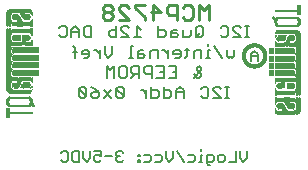
<source format=gbr>
G04 EAGLE Gerber RS-274X export*
G75*
%MOMM*%
%FSLAX34Y34*%
%LPD*%
%INSilkscreen Bottom*%
%IPPOS*%
%AMOC8*
5,1,8,0,0,1.08239X$1,22.5*%
G01*
%ADD10C,0.228600*%
%ADD11C,0.177800*%
%ADD12C,0.127000*%
%ADD13C,0.304800*%
%ADD14C,0.203200*%
%ADD15R,0.022863X0.462278*%
%ADD16R,0.022863X0.462281*%
%ADD17R,0.022863X0.436881*%
%ADD18R,0.023113X0.462278*%
%ADD19R,0.023113X0.462281*%
%ADD20R,0.023113X0.436881*%
%ADD21R,0.023116X0.462278*%
%ADD22R,0.023116X0.462281*%
%ADD23R,0.023116X0.436881*%
%ADD24R,0.023113X0.022863*%
%ADD25R,0.023116X0.091441*%
%ADD26R,0.023113X0.139700*%
%ADD27R,0.023116X0.185419*%
%ADD28R,0.023113X0.254000*%
%ADD29R,0.023113X0.299719*%
%ADD30R,0.023116X0.345438*%
%ADD31R,0.023113X0.391159*%
%ADD32R,0.023116X0.393700*%
%ADD33R,0.022863X0.325119*%
%ADD34R,0.022863X0.599438*%
%ADD35R,0.022863X0.622300*%
%ADD36R,0.022863X0.530859*%
%ADD37R,0.022863X0.439422*%
%ADD38R,0.022863X0.231138*%
%ADD39R,0.022863X0.071119*%
%ADD40R,0.022863X0.533400*%
%ADD41R,0.022863X0.208281*%
%ADD42R,0.023113X0.345441*%
%ADD43R,0.023113X0.576578*%
%ADD44R,0.023113X0.599438*%
%ADD45R,0.023113X0.508000*%
%ADD46R,0.023113X0.416563*%
%ADD47R,0.023113X0.208278*%
%ADD48R,0.023113X0.553722*%
%ADD49R,0.023113X0.208281*%
%ADD50R,0.023116X0.345441*%
%ADD51R,0.023116X0.530859*%
%ADD52R,0.023116X0.370841*%
%ADD53R,0.023116X0.162559*%
%ADD54R,0.023116X0.576581*%
%ADD55R,0.023116X0.208281*%
%ADD56R,0.023113X0.322578*%
%ADD57R,0.023113X0.485137*%
%ADD58R,0.023113X0.416559*%
%ADD59R,0.023113X0.347981*%
%ADD60R,0.023113X0.116838*%
%ADD61R,0.023113X0.647700*%
%ADD62R,0.023116X0.322581*%
%ADD63R,0.023116X0.485137*%
%ADD64R,0.023116X0.093978*%
%ADD65R,0.023116X0.231141*%
%ADD66R,0.023116X0.693419*%
%ADD67R,0.023113X0.322581*%
%ADD68R,0.023113X0.439419*%
%ADD69R,0.023113X0.370841*%
%ADD70R,0.023113X0.299722*%
%ADD71R,0.023113X0.045719*%
%ADD72R,0.023113X0.739138*%
%ADD73R,0.023113X0.414019*%
%ADD74R,0.023113X0.347978*%
%ADD75R,0.023113X0.762000*%
%ADD76R,0.023116X0.414019*%
%ADD77R,0.023116X0.182881*%
%ADD78R,0.023116X0.347978*%
%ADD79R,0.023116X0.276863*%
%ADD80R,0.023116X0.116841*%
%ADD81R,0.023116X0.276859*%
%ADD82R,0.023116X0.784863*%
%ADD83R,0.023113X0.325119*%
%ADD84R,0.023113X0.276863*%
%ADD85R,0.023113X0.276859*%
%ADD86R,0.023116X0.325119*%
%ADD87R,0.023116X0.391159*%
%ADD88R,0.023116X0.302259*%
%ADD89R,0.023116X0.254000*%
%ADD90R,0.023113X0.302259*%
%ADD91R,0.023113X0.393700*%
%ADD92R,0.023113X0.231141*%
%ADD93R,0.022863X0.302259*%
%ADD94R,0.022863X0.439419*%
%ADD95R,0.022863X0.368300*%
%ADD96R,0.022863X0.391159*%
%ADD97R,0.022863X0.416559*%
%ADD98R,0.022863X0.276863*%
%ADD99R,0.022863X0.205741*%
%ADD100R,0.023113X0.368300*%
%ADD101R,0.023113X0.205741*%
%ADD102R,0.023116X0.368300*%
%ADD103R,0.023116X0.205741*%
%ADD104R,0.023113X0.182881*%
%ADD105R,0.022863X0.276859*%
%ADD106R,0.022863X0.182881*%
%ADD107R,0.023113X0.924559*%
%ADD108R,0.023116X0.924559*%
%ADD109R,0.023113X0.901700*%
%ADD110R,0.023116X0.901700*%
%ADD111R,0.023113X0.878841*%
%ADD112R,0.023116X0.855981*%
%ADD113R,0.023113X0.833119*%
%ADD114R,0.022863X0.787400*%
%ADD115R,0.022863X0.414019*%
%ADD116R,0.022863X0.924559*%
%ADD117R,0.023113X0.739141*%
%ADD118R,0.023116X0.716281*%
%ADD119R,0.023116X0.299722*%
%ADD120R,0.023113X0.670559*%
%ADD121R,0.023116X0.647700*%
%ADD122R,0.023116X0.508000*%
%ADD123R,0.023116X0.299719*%
%ADD124R,0.023113X0.601981*%
%ADD125R,0.023113X0.530859*%
%ADD126R,0.023113X0.231138*%
%ADD127R,0.023113X0.556259*%
%ADD128R,0.023113X0.185419*%
%ADD129R,0.023116X0.533400*%
%ADD130R,0.023116X0.599438*%
%ADD131R,0.023116X0.416563*%
%ADD132R,0.023116X0.116838*%
%ADD133R,0.023113X0.485141*%
%ADD134R,0.023113X0.645159*%
%ADD135R,0.023113X0.716278*%
%ADD136R,0.022863X0.393700*%
%ADD137R,0.022863X0.762000*%
%ADD138R,0.022863X0.624841*%
%ADD139R,0.023113X0.784859*%
%ADD140R,0.023113X0.693422*%
%ADD141R,0.023116X0.830578*%
%ADD142R,0.023116X0.739141*%
%ADD143R,0.023113X0.876300*%
%ADD144R,0.023113X0.807722*%
%ADD145R,0.023116X0.899159*%
%ADD146R,0.023116X0.878841*%
%ADD147R,0.023113X0.922019*%
%ADD148R,0.023113X0.947419*%
%ADD149R,0.023116X0.970278*%
%ADD150R,0.023113X0.970278*%
%ADD151R,0.023116X0.439419*%
%ADD152R,0.022863X0.299722*%
%ADD153R,0.023116X0.416559*%
%ADD154R,0.023116X0.347981*%
%ADD155R,0.023113X0.137159*%
%ADD156R,0.023113X0.093978*%
%ADD157R,0.023113X0.091441*%
%ADD158R,0.023113X0.093981*%
%ADD159R,0.023113X0.114300*%
%ADD160R,0.023116X0.045719*%
%ADD161R,0.023116X0.045722*%
%ADD162R,0.023113X0.071119*%
%ADD163R,0.023113X0.116841*%
%ADD164R,0.023116X0.139700*%
%ADD165R,0.022863X0.322581*%
%ADD166R,0.022863X0.345441*%
%ADD167R,0.022863X0.162559*%
%ADD168R,0.022863X0.576581*%
%ADD169R,0.023113X0.668019*%
%ADD170R,0.023113X0.533400*%
%ADD171R,0.023116X1.455419*%
%ADD172R,0.023116X5.519419*%
%ADD173R,0.023113X1.455419*%
%ADD174R,0.023113X5.519419*%
%ADD175R,0.023116X5.494019*%
%ADD176R,0.023113X1.430019*%
%ADD177R,0.023113X5.494019*%
%ADD178R,0.023116X1.430019*%
%ADD179R,0.023116X5.471159*%
%ADD180R,0.023116X0.762000*%
%ADD181R,0.023113X1.407159*%
%ADD182R,0.023113X5.471159*%
%ADD183R,0.022863X1.384300*%
%ADD184R,0.022863X5.448300*%
%ADD185R,0.022863X0.716278*%
%ADD186R,0.022863X0.878841*%
%ADD187R,0.023113X1.361438*%
%ADD188R,0.023113X5.425438*%
%ADD189R,0.023116X1.338578*%
%ADD190R,0.023116X5.402578*%
%ADD191R,0.023116X0.624841*%
%ADD192R,0.023113X1.292859*%
%ADD193R,0.023113X5.356859*%
%ADD194R,0.023116X1.224278*%
%ADD195R,0.023116X5.288278*%


D10*
X173335Y124587D02*
X173335Y137044D01*
X169182Y132891D01*
X165030Y137044D01*
X165030Y124587D01*
X153541Y137044D02*
X151465Y134968D01*
X153541Y137044D02*
X157693Y137044D01*
X159770Y134968D01*
X159770Y126663D01*
X157693Y124587D01*
X153541Y124587D01*
X151465Y126663D01*
X146205Y124587D02*
X146205Y137044D01*
X139976Y137044D01*
X137900Y134968D01*
X137900Y130815D01*
X139976Y128739D01*
X146205Y128739D01*
X126411Y124587D02*
X126411Y137044D01*
X132640Y130815D01*
X124335Y130815D01*
X119074Y137044D02*
X110770Y137044D01*
X110770Y134968D01*
X119074Y126663D01*
X119074Y124587D01*
X105509Y124587D02*
X97205Y124587D01*
X105509Y124587D02*
X97205Y132891D01*
X97205Y134968D01*
X99281Y137044D01*
X103433Y137044D01*
X105509Y134968D01*
X91944Y134968D02*
X89868Y137044D01*
X85716Y137044D01*
X83640Y134968D01*
X83640Y132891D01*
X85716Y130815D01*
X83640Y128739D01*
X83640Y126663D01*
X85716Y124587D01*
X89868Y124587D01*
X91944Y126663D01*
X91944Y128739D01*
X89868Y130815D01*
X91944Y132891D01*
X91944Y134968D01*
X89868Y130815D02*
X85716Y130815D01*
D11*
X204064Y109792D02*
X207284Y109792D01*
X205674Y109792D02*
X205674Y119452D01*
X207284Y119452D02*
X204064Y119452D01*
X200267Y109792D02*
X193827Y109792D01*
X200267Y109792D02*
X193827Y116232D01*
X193827Y117842D01*
X195437Y119452D01*
X198657Y119452D01*
X200267Y117842D01*
X184913Y119452D02*
X183303Y117842D01*
X184913Y119452D02*
X188133Y119452D01*
X189743Y117842D01*
X189743Y111402D01*
X188133Y109792D01*
X184913Y109792D01*
X183303Y111402D01*
X168694Y111402D02*
X168694Y117842D01*
X167083Y119452D01*
X163863Y119452D01*
X162253Y117842D01*
X162253Y111402D01*
X163863Y109792D01*
X167083Y109792D01*
X168694Y111402D01*
X165473Y113012D02*
X162253Y109792D01*
X158169Y111402D02*
X158169Y116232D01*
X158169Y111402D02*
X156559Y109792D01*
X151729Y109792D01*
X151729Y116232D01*
X146034Y116232D02*
X142814Y116232D01*
X141204Y114622D01*
X141204Y109792D01*
X146034Y109792D01*
X147644Y111402D01*
X146034Y113012D01*
X141204Y113012D01*
X130680Y109792D02*
X130680Y119452D01*
X130680Y109792D02*
X135510Y109792D01*
X137120Y111402D01*
X137120Y114622D01*
X135510Y116232D01*
X130680Y116232D01*
X116071Y116232D02*
X112850Y119452D01*
X112850Y109792D01*
X109630Y109792D02*
X116071Y109792D01*
X105546Y109792D02*
X99106Y109792D01*
X105546Y109792D02*
X99106Y116232D01*
X99106Y117842D01*
X100716Y119452D01*
X103936Y119452D01*
X105546Y117842D01*
X95021Y119452D02*
X95021Y109792D01*
X90191Y109792D01*
X88581Y111402D01*
X88581Y114622D01*
X90191Y116232D01*
X95021Y116232D01*
X73972Y119452D02*
X73972Y109792D01*
X69142Y109792D01*
X67532Y111402D01*
X67532Y117842D01*
X69142Y119452D01*
X73972Y119452D01*
X63448Y116232D02*
X63448Y109792D01*
X63448Y116232D02*
X60228Y119452D01*
X57007Y116232D01*
X57007Y109792D01*
X57007Y114622D02*
X63448Y114622D01*
X48093Y119452D02*
X46483Y117842D01*
X48093Y119452D02*
X51313Y119452D01*
X52923Y117842D01*
X52923Y111402D01*
X51313Y109792D01*
X48093Y109792D01*
X46483Y111402D01*
X195005Y99087D02*
X195005Y94257D01*
X193395Y92647D01*
X191785Y94257D01*
X190175Y92647D01*
X188565Y94257D01*
X188565Y99087D01*
X184480Y92647D02*
X178040Y102307D01*
X173956Y99087D02*
X172346Y99087D01*
X172346Y92647D01*
X173956Y92647D02*
X170736Y92647D01*
X172346Y102307D02*
X172346Y103917D01*
X166939Y99087D02*
X166939Y92647D01*
X166939Y99087D02*
X162109Y99087D01*
X160499Y97477D01*
X160499Y92647D01*
X154805Y94257D02*
X154805Y100697D01*
X154805Y94257D02*
X153195Y92647D01*
X153195Y99087D02*
X156415Y99087D01*
X147788Y92647D02*
X144568Y92647D01*
X147788Y92647D02*
X149398Y94257D01*
X149398Y97477D01*
X147788Y99087D01*
X144568Y99087D01*
X142958Y97477D01*
X142958Y95867D01*
X149398Y95867D01*
X138874Y92647D02*
X138874Y99087D01*
X138874Y95867D02*
X135654Y99087D01*
X134044Y99087D01*
X130103Y99087D02*
X130103Y92647D01*
X130103Y99087D02*
X125273Y99087D01*
X123663Y97477D01*
X123663Y92647D01*
X117969Y99087D02*
X114749Y99087D01*
X113139Y97477D01*
X113139Y92647D01*
X117969Y92647D01*
X119579Y94257D01*
X117969Y95867D01*
X113139Y95867D01*
X109054Y102307D02*
X107444Y102307D01*
X107444Y92647D01*
X109054Y92647D02*
X105834Y92647D01*
X91513Y95867D02*
X91513Y102307D01*
X91513Y95867D02*
X88293Y92647D01*
X85073Y95867D01*
X85073Y102307D01*
X80989Y99087D02*
X80989Y92647D01*
X80989Y95867D02*
X77769Y99087D01*
X76159Y99087D01*
X70608Y92647D02*
X67388Y92647D01*
X70608Y92647D02*
X72218Y94257D01*
X72218Y97477D01*
X70608Y99087D01*
X67388Y99087D01*
X65778Y97477D01*
X65778Y95867D01*
X72218Y95867D01*
X60084Y92647D02*
X60084Y100697D01*
X58474Y102307D01*
X58474Y97477D02*
X61694Y97477D01*
X160499Y78722D02*
X163719Y75502D01*
X165329Y75502D01*
X166939Y77112D01*
X166939Y78722D01*
X163719Y81942D01*
X163719Y83552D01*
X165329Y85162D01*
X166939Y83552D01*
X166939Y81942D01*
X160499Y75502D01*
X145890Y85162D02*
X139450Y85162D01*
X145890Y85162D02*
X145890Y75502D01*
X139450Y75502D01*
X142670Y80332D02*
X145890Y80332D01*
X135366Y85162D02*
X128925Y85162D01*
X135366Y85162D02*
X135366Y75502D01*
X128925Y75502D01*
X132146Y80332D02*
X135366Y80332D01*
X124841Y75502D02*
X124841Y85162D01*
X120011Y85162D01*
X118401Y83552D01*
X118401Y80332D01*
X120011Y78722D01*
X124841Y78722D01*
X114316Y75502D02*
X114316Y85162D01*
X109486Y85162D01*
X107876Y83552D01*
X107876Y80332D01*
X109486Y78722D01*
X114316Y78722D01*
X111096Y78722D02*
X107876Y75502D01*
X102182Y85162D02*
X98962Y85162D01*
X102182Y85162D02*
X103792Y83552D01*
X103792Y77112D01*
X102182Y75502D01*
X98962Y75502D01*
X97352Y77112D01*
X97352Y83552D01*
X98962Y85162D01*
X93267Y85162D02*
X93267Y75502D01*
X90047Y81942D02*
X93267Y85162D01*
X90047Y81942D02*
X86827Y85162D01*
X86827Y75502D01*
X187400Y58357D02*
X190620Y58357D01*
X189010Y58357D02*
X189010Y68017D01*
X190620Y68017D02*
X187400Y68017D01*
X183603Y58357D02*
X177163Y58357D01*
X183603Y58357D02*
X177163Y64797D01*
X177163Y66407D01*
X178773Y68017D01*
X181993Y68017D01*
X183603Y66407D01*
X168249Y68017D02*
X166639Y66407D01*
X168249Y68017D02*
X171469Y68017D01*
X173079Y66407D01*
X173079Y59967D01*
X171469Y58357D01*
X168249Y58357D01*
X166639Y59967D01*
X152030Y58357D02*
X152030Y64797D01*
X148810Y68017D01*
X145589Y64797D01*
X145589Y58357D01*
X145589Y63187D02*
X152030Y63187D01*
X135065Y68017D02*
X135065Y58357D01*
X139895Y58357D01*
X141505Y59967D01*
X141505Y63187D01*
X139895Y64797D01*
X135065Y64797D01*
X124540Y68017D02*
X124540Y58357D01*
X129370Y58357D01*
X130980Y59967D01*
X130980Y63187D01*
X129370Y64797D01*
X124540Y64797D01*
X120456Y64797D02*
X120456Y58357D01*
X120456Y61577D02*
X117236Y64797D01*
X115626Y64797D01*
X101161Y66407D02*
X101161Y59967D01*
X101161Y66407D02*
X99551Y68017D01*
X96331Y68017D01*
X94721Y66407D01*
X94721Y59967D01*
X96331Y58357D01*
X99551Y58357D01*
X101161Y59967D01*
X94721Y66407D01*
X90636Y64797D02*
X84196Y58357D01*
X90636Y58357D02*
X84196Y64797D01*
X76891Y66407D02*
X73671Y68017D01*
X76891Y66407D02*
X80112Y63187D01*
X80112Y59967D01*
X78502Y58357D01*
X75281Y58357D01*
X73671Y59967D01*
X73671Y61577D01*
X75281Y63187D01*
X80112Y63187D01*
X69587Y59967D02*
X69587Y66407D01*
X67977Y68017D01*
X64757Y68017D01*
X63147Y66407D01*
X63147Y59967D01*
X64757Y58357D01*
X67977Y58357D01*
X69587Y59967D01*
X63147Y66407D01*
D12*
X205394Y13343D02*
X205394Y7411D01*
X202428Y4445D01*
X199462Y7411D01*
X199462Y13343D01*
X196039Y13343D02*
X196039Y4445D01*
X190107Y4445D01*
X185200Y4445D02*
X182235Y4445D01*
X180752Y5928D01*
X180752Y8894D01*
X182235Y10377D01*
X185200Y10377D01*
X186683Y8894D01*
X186683Y5928D01*
X185200Y4445D01*
X174362Y1479D02*
X172879Y1479D01*
X171396Y2962D01*
X171396Y10377D01*
X175845Y10377D01*
X177328Y8894D01*
X177328Y5928D01*
X175845Y4445D01*
X171396Y4445D01*
X167973Y10377D02*
X166490Y10377D01*
X166490Y4445D01*
X167973Y4445D02*
X165007Y4445D01*
X166490Y13343D02*
X166490Y14826D01*
X160253Y10377D02*
X155805Y10377D01*
X160253Y10377D02*
X161736Y8894D01*
X161736Y5928D01*
X160253Y4445D01*
X155805Y4445D01*
X152381Y4445D02*
X146449Y13343D01*
X143026Y13343D02*
X143026Y7411D01*
X140060Y4445D01*
X137094Y7411D01*
X137094Y13343D01*
X132188Y10377D02*
X127739Y10377D01*
X132188Y10377D02*
X133671Y8894D01*
X133671Y5928D01*
X132188Y4445D01*
X127739Y4445D01*
X122833Y10377D02*
X118384Y10377D01*
X122833Y10377D02*
X124315Y8894D01*
X124315Y5928D01*
X122833Y4445D01*
X118384Y4445D01*
X114960Y10377D02*
X113477Y10377D01*
X113477Y8894D01*
X114960Y8894D01*
X114960Y10377D01*
X114960Y5928D02*
X113477Y5928D01*
X113477Y4445D01*
X114960Y4445D01*
X114960Y5928D01*
X100928Y11860D02*
X99445Y13343D01*
X96479Y13343D01*
X94996Y11860D01*
X94996Y10377D01*
X96479Y8894D01*
X97962Y8894D01*
X96479Y8894D02*
X94996Y7411D01*
X94996Y5928D01*
X96479Y4445D01*
X99445Y4445D01*
X100928Y5928D01*
X91572Y8894D02*
X85641Y8894D01*
X82217Y13343D02*
X76285Y13343D01*
X82217Y13343D02*
X82217Y8894D01*
X79251Y10377D01*
X77768Y10377D01*
X76285Y8894D01*
X76285Y5928D01*
X77768Y4445D01*
X80734Y4445D01*
X82217Y5928D01*
X72862Y7411D02*
X72862Y13343D01*
X72862Y7411D02*
X69896Y4445D01*
X66930Y7411D01*
X66930Y13343D01*
X63507Y13343D02*
X63507Y4445D01*
X59058Y4445D01*
X57575Y5928D01*
X57575Y11860D01*
X59058Y13343D01*
X63507Y13343D01*
X49703Y13343D02*
X48220Y11860D01*
X49703Y13343D02*
X52669Y13343D01*
X54152Y11860D01*
X54152Y5928D01*
X52669Y4445D01*
X49703Y4445D01*
X48220Y5928D01*
D13*
X203110Y93980D02*
X203113Y94200D01*
X203121Y94421D01*
X203134Y94641D01*
X203153Y94860D01*
X203178Y95079D01*
X203207Y95298D01*
X203242Y95515D01*
X203283Y95732D01*
X203328Y95948D01*
X203379Y96162D01*
X203435Y96375D01*
X203497Y96587D01*
X203563Y96797D01*
X203635Y97005D01*
X203712Y97212D01*
X203794Y97416D01*
X203880Y97619D01*
X203972Y97819D01*
X204069Y98018D01*
X204170Y98213D01*
X204277Y98406D01*
X204388Y98597D01*
X204503Y98784D01*
X204623Y98969D01*
X204748Y99151D01*
X204877Y99329D01*
X205011Y99505D01*
X205148Y99677D01*
X205290Y99845D01*
X205436Y100011D01*
X205586Y100172D01*
X205740Y100330D01*
X205898Y100484D01*
X206059Y100634D01*
X206225Y100780D01*
X206393Y100922D01*
X206565Y101059D01*
X206741Y101193D01*
X206919Y101322D01*
X207101Y101447D01*
X207286Y101567D01*
X207473Y101682D01*
X207664Y101793D01*
X207857Y101900D01*
X208052Y102001D01*
X208251Y102098D01*
X208451Y102190D01*
X208654Y102276D01*
X208858Y102358D01*
X209065Y102435D01*
X209273Y102507D01*
X209483Y102573D01*
X209695Y102635D01*
X209908Y102691D01*
X210122Y102742D01*
X210338Y102787D01*
X210555Y102828D01*
X210772Y102863D01*
X210991Y102892D01*
X211210Y102917D01*
X211429Y102936D01*
X211649Y102949D01*
X211870Y102957D01*
X212090Y102960D01*
X212310Y102957D01*
X212531Y102949D01*
X212751Y102936D01*
X212970Y102917D01*
X213189Y102892D01*
X213408Y102863D01*
X213625Y102828D01*
X213842Y102787D01*
X214058Y102742D01*
X214272Y102691D01*
X214485Y102635D01*
X214697Y102573D01*
X214907Y102507D01*
X215115Y102435D01*
X215322Y102358D01*
X215526Y102276D01*
X215729Y102190D01*
X215929Y102098D01*
X216128Y102001D01*
X216323Y101900D01*
X216516Y101793D01*
X216707Y101682D01*
X216894Y101567D01*
X217079Y101447D01*
X217261Y101322D01*
X217439Y101193D01*
X217615Y101059D01*
X217787Y100922D01*
X217955Y100780D01*
X218121Y100634D01*
X218282Y100484D01*
X218440Y100330D01*
X218594Y100172D01*
X218744Y100011D01*
X218890Y99845D01*
X219032Y99677D01*
X219169Y99505D01*
X219303Y99329D01*
X219432Y99151D01*
X219557Y98969D01*
X219677Y98784D01*
X219792Y98597D01*
X219903Y98406D01*
X220010Y98213D01*
X220111Y98018D01*
X220208Y97819D01*
X220300Y97619D01*
X220386Y97416D01*
X220468Y97212D01*
X220545Y97005D01*
X220617Y96797D01*
X220683Y96587D01*
X220745Y96375D01*
X220801Y96162D01*
X220852Y95948D01*
X220897Y95732D01*
X220938Y95515D01*
X220973Y95298D01*
X221002Y95079D01*
X221027Y94860D01*
X221046Y94641D01*
X221059Y94421D01*
X221067Y94200D01*
X221070Y93980D01*
X221067Y93760D01*
X221059Y93539D01*
X221046Y93319D01*
X221027Y93100D01*
X221002Y92881D01*
X220973Y92662D01*
X220938Y92445D01*
X220897Y92228D01*
X220852Y92012D01*
X220801Y91798D01*
X220745Y91585D01*
X220683Y91373D01*
X220617Y91163D01*
X220545Y90955D01*
X220468Y90748D01*
X220386Y90544D01*
X220300Y90341D01*
X220208Y90141D01*
X220111Y89942D01*
X220010Y89747D01*
X219903Y89554D01*
X219792Y89363D01*
X219677Y89176D01*
X219557Y88991D01*
X219432Y88809D01*
X219303Y88631D01*
X219169Y88455D01*
X219032Y88283D01*
X218890Y88115D01*
X218744Y87949D01*
X218594Y87788D01*
X218440Y87630D01*
X218282Y87476D01*
X218121Y87326D01*
X217955Y87180D01*
X217787Y87038D01*
X217615Y86901D01*
X217439Y86767D01*
X217261Y86638D01*
X217079Y86513D01*
X216894Y86393D01*
X216707Y86278D01*
X216516Y86167D01*
X216323Y86060D01*
X216128Y85959D01*
X215929Y85862D01*
X215729Y85770D01*
X215526Y85684D01*
X215322Y85602D01*
X215115Y85525D01*
X214907Y85453D01*
X214697Y85387D01*
X214485Y85325D01*
X214272Y85269D01*
X214058Y85218D01*
X213842Y85173D01*
X213625Y85132D01*
X213408Y85097D01*
X213189Y85068D01*
X212970Y85043D01*
X212751Y85024D01*
X212531Y85011D01*
X212310Y85003D01*
X212090Y85000D01*
X211870Y85003D01*
X211649Y85011D01*
X211429Y85024D01*
X211210Y85043D01*
X210991Y85068D01*
X210772Y85097D01*
X210555Y85132D01*
X210338Y85173D01*
X210122Y85218D01*
X209908Y85269D01*
X209695Y85325D01*
X209483Y85387D01*
X209273Y85453D01*
X209065Y85525D01*
X208858Y85602D01*
X208654Y85684D01*
X208451Y85770D01*
X208251Y85862D01*
X208052Y85959D01*
X207857Y86060D01*
X207664Y86167D01*
X207473Y86278D01*
X207286Y86393D01*
X207101Y86513D01*
X206919Y86638D01*
X206741Y86767D01*
X206565Y86901D01*
X206393Y87038D01*
X206225Y87180D01*
X206059Y87326D01*
X205898Y87476D01*
X205740Y87630D01*
X205586Y87788D01*
X205436Y87949D01*
X205290Y88115D01*
X205148Y88283D01*
X205011Y88455D01*
X204877Y88631D01*
X204748Y88809D01*
X204623Y88991D01*
X204503Y89176D01*
X204388Y89363D01*
X204277Y89554D01*
X204170Y89747D01*
X204069Y89942D01*
X203972Y90141D01*
X203880Y90341D01*
X203794Y90544D01*
X203712Y90748D01*
X203635Y90955D01*
X203563Y91163D01*
X203497Y91373D01*
X203435Y91585D01*
X203379Y91798D01*
X203328Y92012D01*
X203283Y92228D01*
X203242Y92445D01*
X203207Y92662D01*
X203178Y92881D01*
X203153Y93100D01*
X203134Y93319D01*
X203121Y93539D01*
X203113Y93760D01*
X203110Y93980D01*
D14*
X214630Y95339D02*
X214630Y89916D01*
X214630Y95339D02*
X211918Y98051D01*
X209207Y95339D01*
X209207Y89916D01*
X209207Y93983D02*
X214630Y93983D01*
D15*
X224790Y79197D03*
D16*
X224790Y85446D03*
X224790Y91669D03*
D17*
X224790Y98019D03*
D18*
X225020Y79197D03*
D19*
X225020Y85446D03*
X225020Y91669D03*
D20*
X225020Y98019D03*
D21*
X225251Y79197D03*
D22*
X225251Y85446D03*
X225251Y91669D03*
D23*
X225251Y98019D03*
D18*
X225482Y79197D03*
D19*
X225482Y85446D03*
X225482Y91669D03*
D20*
X225482Y98019D03*
D21*
X225713Y79197D03*
D22*
X225713Y85446D03*
X225713Y91669D03*
D23*
X225713Y98019D03*
D18*
X225944Y79197D03*
D19*
X225944Y85446D03*
X225944Y91669D03*
D20*
X225944Y98019D03*
D18*
X226176Y79197D03*
D19*
X226176Y85446D03*
X226176Y91669D03*
D20*
X226176Y98019D03*
D21*
X226407Y79197D03*
D22*
X226407Y85446D03*
X226407Y91669D03*
D23*
X226407Y98019D03*
D18*
X226638Y79197D03*
D19*
X226638Y85446D03*
X226638Y91669D03*
D20*
X226638Y98019D03*
D21*
X226869Y79197D03*
D22*
X226869Y85446D03*
X226869Y91669D03*
D23*
X226869Y98019D03*
D18*
X227100Y79197D03*
D19*
X227100Y85446D03*
X227100Y91669D03*
D20*
X227100Y98019D03*
D15*
X227330Y79197D03*
D16*
X227330Y85446D03*
X227330Y91669D03*
D17*
X227330Y98019D03*
D18*
X227560Y79197D03*
D19*
X227560Y85446D03*
X227560Y91669D03*
D20*
X227560Y98019D03*
D24*
X227560Y126429D03*
D21*
X227791Y79197D03*
D22*
X227791Y85446D03*
X227791Y91669D03*
D23*
X227791Y98019D03*
D25*
X227791Y126314D03*
D18*
X228022Y79197D03*
D19*
X228022Y85446D03*
X228022Y91669D03*
D20*
X228022Y98019D03*
D26*
X228022Y126073D03*
D21*
X228253Y79197D03*
D22*
X228253Y85446D03*
X228253Y91669D03*
D23*
X228253Y98019D03*
D27*
X228253Y126073D03*
D18*
X228484Y79197D03*
D19*
X228484Y85446D03*
X228484Y91669D03*
D20*
X228484Y98019D03*
D28*
X228484Y125959D03*
D18*
X228716Y79197D03*
D19*
X228716Y85446D03*
X228716Y91669D03*
D20*
X228716Y98019D03*
D29*
X228716Y125730D03*
D21*
X228947Y79197D03*
D22*
X228947Y85446D03*
X228947Y91669D03*
D23*
X228947Y98019D03*
D30*
X228947Y125730D03*
D31*
X229178Y125501D03*
D32*
X229409Y125032D03*
D18*
X229640Y124003D03*
D33*
X229870Y48031D03*
D34*
X229870Y55880D03*
D35*
X229870Y63614D03*
D36*
X229870Y72631D03*
D15*
X229870Y79197D03*
D16*
X229870Y85446D03*
X229870Y91669D03*
D17*
X229870Y98019D03*
D37*
X229870Y104254D03*
D38*
X229870Y109919D03*
D39*
X229870Y113030D03*
D40*
X229870Y123190D03*
D41*
X229870Y132436D03*
D42*
X230100Y47676D03*
D43*
X230100Y55994D03*
D44*
X230100Y63500D03*
D45*
X230100Y72746D03*
D18*
X230100Y79197D03*
D19*
X230100Y85446D03*
X230100Y91669D03*
D20*
X230100Y98019D03*
D46*
X230100Y104140D03*
D47*
X230100Y110033D03*
D26*
X230100Y113373D03*
D48*
X230100Y122606D03*
D49*
X230100Y132436D03*
D50*
X230331Y47219D03*
D51*
X230331Y56223D03*
X230331Y63157D03*
D21*
X230331Y72974D03*
X230331Y79197D03*
D22*
X230331Y85446D03*
X230331Y91669D03*
D23*
X230331Y98019D03*
D52*
X230331Y103911D03*
D53*
X230331Y110261D03*
D27*
X230331Y113602D03*
D54*
X230331Y122492D03*
D55*
X230331Y132436D03*
D56*
X230562Y46876D03*
D57*
X230562Y56452D03*
D45*
X230562Y63043D03*
D58*
X230562Y73203D03*
D18*
X230562Y79197D03*
D19*
X230562Y85446D03*
X230562Y91669D03*
D20*
X230562Y98019D03*
D59*
X230562Y103797D03*
D60*
X230562Y110490D03*
D47*
X230562Y113716D03*
D61*
X230562Y122619D03*
D49*
X230562Y132436D03*
D62*
X230793Y46647D03*
D21*
X230793Y56566D03*
D63*
X230793Y62929D03*
D32*
X230793Y73317D03*
D21*
X230793Y79197D03*
D22*
X230793Y85446D03*
X230793Y91669D03*
D23*
X230793Y98019D03*
D62*
X230793Y103670D03*
D64*
X230793Y110604D03*
D65*
X230793Y113830D03*
D66*
X230793Y122619D03*
D55*
X230793Y132436D03*
D67*
X231024Y46419D03*
D68*
X231024Y56680D03*
D18*
X231024Y62814D03*
D69*
X231024Y73431D03*
D18*
X231024Y79197D03*
D19*
X231024Y85446D03*
X231024Y91669D03*
D20*
X231024Y98019D03*
D70*
X231024Y103556D03*
D71*
X231024Y110846D03*
D28*
X231024Y113944D03*
D72*
X231024Y122619D03*
D49*
X231024Y132436D03*
D67*
X231256Y46190D03*
D73*
X231256Y56807D03*
D68*
X231256Y62700D03*
D74*
X231256Y73546D03*
D18*
X231256Y79197D03*
D19*
X231256Y85446D03*
X231256Y91669D03*
D20*
X231256Y98019D03*
D70*
X231256Y103556D03*
D28*
X231256Y113944D03*
D75*
X231256Y122504D03*
D49*
X231256Y132436D03*
D62*
X231487Y46190D03*
D65*
X231487Y51270D03*
D76*
X231487Y56807D03*
X231487Y62573D03*
D77*
X231487Y68351D03*
D78*
X231487Y73546D03*
D21*
X231487Y79197D03*
D22*
X231487Y85446D03*
X231487Y91669D03*
D23*
X231487Y98019D03*
D79*
X231487Y103442D03*
D80*
X231487Y108179D03*
D81*
X231487Y114059D03*
D82*
X231487Y122619D03*
D55*
X231487Y132436D03*
D83*
X231718Y45949D03*
D67*
X231718Y51270D03*
D31*
X231718Y56921D03*
D73*
X231718Y62573D03*
D83*
X231718Y68351D03*
X231718Y73660D03*
D18*
X231718Y79197D03*
D19*
X231718Y85446D03*
X231718Y91669D03*
D20*
X231718Y98019D03*
D84*
X231718Y103442D03*
D85*
X231718Y108293D03*
X231718Y114059D03*
D84*
X231718Y120079D03*
D85*
X231718Y125387D03*
D49*
X231718Y132436D03*
D86*
X231949Y45949D03*
D52*
X231949Y51257D03*
D87*
X231949Y56921D03*
D76*
X231949Y62573D03*
D52*
X231949Y68351D03*
D86*
X231949Y73660D03*
D21*
X231949Y79197D03*
D22*
X231949Y85446D03*
X231949Y91669D03*
D23*
X231949Y98019D03*
D79*
X231949Y103442D03*
D50*
X231949Y108407D03*
D88*
X231949Y114186D03*
D89*
X231949Y119736D03*
D65*
X231949Y125616D03*
D55*
X231949Y132436D03*
D83*
X232180Y45949D03*
D58*
X232180Y51257D03*
D31*
X232180Y56921D03*
X232180Y62459D03*
D58*
X232180Y68351D03*
D90*
X232180Y73774D03*
D18*
X232180Y79197D03*
D19*
X232180Y85446D03*
X232180Y91669D03*
D20*
X232180Y98019D03*
D84*
X232180Y103442D03*
D91*
X232180Y108649D03*
D90*
X232180Y114186D03*
D92*
X232180Y119621D03*
D49*
X232180Y125730D03*
X232180Y132436D03*
D93*
X232410Y45834D03*
D94*
X232410Y51143D03*
D95*
X232410Y57036D03*
D96*
X232410Y62459D03*
D97*
X232410Y68351D03*
D93*
X232410Y73774D03*
D15*
X232410Y79197D03*
D16*
X232410Y85446D03*
X232410Y91669D03*
D17*
X232410Y98019D03*
D98*
X232410Y103442D03*
D94*
X232410Y108649D03*
D93*
X232410Y114186D03*
D99*
X232410Y119494D03*
D41*
X232410Y125730D03*
X232410Y132436D03*
D90*
X232640Y45834D03*
D18*
X232640Y51257D03*
D100*
X232640Y57036D03*
D31*
X232640Y62459D03*
D19*
X232640Y68351D03*
D90*
X232640Y73774D03*
D18*
X232640Y79197D03*
D19*
X232640Y85446D03*
X232640Y91669D03*
D20*
X232640Y98019D03*
D84*
X232640Y103442D03*
D18*
X232640Y108763D03*
D90*
X232640Y114186D03*
D101*
X232640Y119494D03*
D49*
X232640Y125959D03*
X232640Y132436D03*
D88*
X232871Y45834D03*
D21*
X232871Y51257D03*
D102*
X232871Y57036D03*
D87*
X232871Y62459D03*
D22*
X232871Y68351D03*
D88*
X232871Y73774D03*
D21*
X232871Y79197D03*
D22*
X232871Y85446D03*
X232871Y91669D03*
D23*
X232871Y98019D03*
D79*
X232871Y103442D03*
D21*
X232871Y108763D03*
D88*
X232871Y114186D03*
D103*
X232871Y119494D03*
D55*
X232871Y125959D03*
X232871Y132436D03*
D90*
X233102Y45834D03*
D18*
X233102Y51257D03*
D100*
X233102Y57036D03*
X233102Y62344D03*
D19*
X233102Y68351D03*
D90*
X233102Y73774D03*
D18*
X233102Y79197D03*
D19*
X233102Y85446D03*
X233102Y91669D03*
D20*
X233102Y98019D03*
D84*
X233102Y103442D03*
D18*
X233102Y108763D03*
D90*
X233102Y114186D03*
D101*
X233102Y119494D03*
D49*
X233102Y125959D03*
X233102Y132436D03*
D88*
X233333Y45834D03*
D21*
X233333Y51257D03*
D102*
X233333Y57036D03*
X233333Y62344D03*
D22*
X233333Y68351D03*
D88*
X233333Y73774D03*
D21*
X233333Y79197D03*
D22*
X233333Y85446D03*
X233333Y91669D03*
D23*
X233333Y98019D03*
D79*
X233333Y103442D03*
D21*
X233333Y108763D03*
D88*
X233333Y114186D03*
D77*
X233333Y119380D03*
D55*
X233333Y125959D03*
X233333Y132436D03*
D90*
X233564Y45834D03*
D18*
X233564Y51257D03*
D100*
X233564Y57036D03*
X233564Y62344D03*
D19*
X233564Y68351D03*
D90*
X233564Y73774D03*
D18*
X233564Y79197D03*
D19*
X233564Y85446D03*
X233564Y91669D03*
D20*
X233564Y98019D03*
D84*
X233564Y103442D03*
D18*
X233564Y108763D03*
D90*
X233564Y114186D03*
D104*
X233564Y119380D03*
D49*
X233564Y125959D03*
X233564Y132436D03*
D90*
X233796Y45834D03*
D18*
X233796Y51257D03*
D100*
X233796Y57036D03*
X233796Y62344D03*
D19*
X233796Y68351D03*
D85*
X233796Y73901D03*
D18*
X233796Y79197D03*
D19*
X233796Y85446D03*
X233796Y91669D03*
D20*
X233796Y98019D03*
D84*
X233796Y103442D03*
D18*
X233796Y108763D03*
D90*
X233796Y114186D03*
D104*
X233796Y119380D03*
D49*
X233796Y125959D03*
X233796Y132436D03*
D88*
X234027Y45834D03*
D21*
X234027Y51257D03*
D102*
X234027Y57036D03*
X234027Y62344D03*
D22*
X234027Y68351D03*
D81*
X234027Y73901D03*
D21*
X234027Y79197D03*
D22*
X234027Y85446D03*
X234027Y91669D03*
D23*
X234027Y98019D03*
D79*
X234027Y103442D03*
D21*
X234027Y108763D03*
D88*
X234027Y114186D03*
D77*
X234027Y119380D03*
D55*
X234027Y125959D03*
X234027Y132436D03*
D90*
X234258Y45834D03*
D18*
X234258Y51257D03*
D100*
X234258Y57036D03*
X234258Y62344D03*
D19*
X234258Y68351D03*
D85*
X234258Y73901D03*
D18*
X234258Y79197D03*
D19*
X234258Y85446D03*
X234258Y91669D03*
D20*
X234258Y98019D03*
D84*
X234258Y103442D03*
D18*
X234258Y108763D03*
D90*
X234258Y114186D03*
D104*
X234258Y119380D03*
D49*
X234258Y125959D03*
X234258Y132436D03*
D88*
X234489Y45834D03*
D21*
X234489Y51257D03*
D102*
X234489Y57036D03*
X234489Y62344D03*
D22*
X234489Y68351D03*
D81*
X234489Y73901D03*
D21*
X234489Y79197D03*
D22*
X234489Y85446D03*
X234489Y91669D03*
D23*
X234489Y98019D03*
D79*
X234489Y103442D03*
D21*
X234489Y108763D03*
D88*
X234489Y114186D03*
D77*
X234489Y119380D03*
D55*
X234489Y125959D03*
X234489Y132436D03*
D90*
X234720Y45834D03*
D18*
X234720Y51257D03*
D100*
X234720Y57036D03*
X234720Y62344D03*
D19*
X234720Y68351D03*
D85*
X234720Y73901D03*
D18*
X234720Y79197D03*
D19*
X234720Y85446D03*
X234720Y91669D03*
D20*
X234720Y98019D03*
D84*
X234720Y103442D03*
D18*
X234720Y108763D03*
D90*
X234720Y114186D03*
D104*
X234720Y119380D03*
D49*
X234720Y125959D03*
X234720Y132436D03*
D93*
X234950Y45834D03*
D15*
X234950Y51257D03*
D95*
X234950Y57036D03*
X234950Y62344D03*
D16*
X234950Y68351D03*
D105*
X234950Y73901D03*
D15*
X234950Y79197D03*
D16*
X234950Y85446D03*
X234950Y91669D03*
D17*
X234950Y98019D03*
D98*
X234950Y103442D03*
D15*
X234950Y108763D03*
D93*
X234950Y114186D03*
D106*
X234950Y119380D03*
D41*
X234950Y125959D03*
X234950Y132436D03*
D90*
X235180Y45834D03*
D18*
X235180Y51257D03*
D100*
X235180Y57036D03*
X235180Y62344D03*
D19*
X235180Y68351D03*
D85*
X235180Y73901D03*
D18*
X235180Y79197D03*
D19*
X235180Y85446D03*
X235180Y91669D03*
D20*
X235180Y98019D03*
D84*
X235180Y103442D03*
D18*
X235180Y108763D03*
D90*
X235180Y114186D03*
D104*
X235180Y119380D03*
D49*
X235180Y125959D03*
X235180Y132436D03*
D88*
X235411Y45834D03*
D21*
X235411Y51257D03*
D102*
X235411Y57036D03*
X235411Y62344D03*
D22*
X235411Y68351D03*
D81*
X235411Y73901D03*
D21*
X235411Y79197D03*
D22*
X235411Y85446D03*
X235411Y91669D03*
D23*
X235411Y98019D03*
D79*
X235411Y103442D03*
D21*
X235411Y108763D03*
D88*
X235411Y114186D03*
D77*
X235411Y119380D03*
D55*
X235411Y125959D03*
X235411Y132436D03*
D90*
X235642Y45834D03*
D18*
X235642Y51257D03*
D100*
X235642Y57036D03*
X235642Y62344D03*
D107*
X235642Y70663D03*
D18*
X235642Y79197D03*
D19*
X235642Y85446D03*
X235642Y91669D03*
D20*
X235642Y98019D03*
D84*
X235642Y103442D03*
D18*
X235642Y108763D03*
D90*
X235642Y114186D03*
D104*
X235642Y119380D03*
D49*
X235642Y125959D03*
X235642Y132436D03*
D88*
X235873Y45834D03*
D21*
X235873Y51257D03*
D102*
X235873Y57036D03*
X235873Y62344D03*
D108*
X235873Y70663D03*
D21*
X235873Y79197D03*
D22*
X235873Y85446D03*
X235873Y91669D03*
D23*
X235873Y98019D03*
D79*
X235873Y103442D03*
D21*
X235873Y108763D03*
D88*
X235873Y114186D03*
D77*
X235873Y119380D03*
D55*
X235873Y125959D03*
X235873Y132436D03*
D90*
X236104Y45834D03*
D68*
X236104Y51143D03*
D100*
X236104Y57036D03*
X236104Y62344D03*
D107*
X236104Y70663D03*
D18*
X236104Y79197D03*
D19*
X236104Y85446D03*
X236104Y91669D03*
D20*
X236104Y98019D03*
D84*
X236104Y103442D03*
D18*
X236104Y108763D03*
D90*
X236104Y114186D03*
D104*
X236104Y119380D03*
D49*
X236104Y125959D03*
X236104Y132436D03*
D109*
X236336Y48832D03*
D100*
X236336Y57036D03*
X236336Y62344D03*
D107*
X236336Y70663D03*
D18*
X236336Y79197D03*
D19*
X236336Y85446D03*
X236336Y91669D03*
D20*
X236336Y98019D03*
D84*
X236336Y103442D03*
D18*
X236336Y108763D03*
D90*
X236336Y114186D03*
D104*
X236336Y119380D03*
D49*
X236336Y125959D03*
X236336Y132436D03*
D110*
X236567Y48832D03*
D102*
X236567Y57036D03*
X236567Y62344D03*
D108*
X236567Y70663D03*
D21*
X236567Y79197D03*
D22*
X236567Y85446D03*
X236567Y91669D03*
D23*
X236567Y98019D03*
D79*
X236567Y103442D03*
D21*
X236567Y108763D03*
D88*
X236567Y114186D03*
D77*
X236567Y119380D03*
D55*
X236567Y125959D03*
X236567Y132436D03*
D111*
X236798Y48717D03*
D31*
X236798Y56921D03*
D100*
X236798Y62344D03*
D107*
X236798Y70663D03*
D18*
X236798Y79197D03*
D19*
X236798Y85446D03*
X236798Y91669D03*
D20*
X236798Y98019D03*
D84*
X236798Y103442D03*
D18*
X236798Y108763D03*
D90*
X236798Y114186D03*
D104*
X236798Y119380D03*
D49*
X236798Y125959D03*
X236798Y132436D03*
D112*
X237029Y48603D03*
D87*
X237029Y56921D03*
D102*
X237029Y62344D03*
D108*
X237029Y70663D03*
D21*
X237029Y79197D03*
D22*
X237029Y85446D03*
X237029Y91669D03*
D23*
X237029Y98019D03*
D79*
X237029Y103442D03*
D21*
X237029Y108763D03*
D88*
X237029Y114186D03*
D77*
X237029Y119380D03*
D55*
X237029Y125959D03*
X237029Y132436D03*
D113*
X237260Y48489D03*
D73*
X237260Y56807D03*
D100*
X237260Y62344D03*
D107*
X237260Y70663D03*
D18*
X237260Y79197D03*
D19*
X237260Y85446D03*
X237260Y91669D03*
D20*
X237260Y98019D03*
D84*
X237260Y103442D03*
D68*
X237260Y108877D03*
D90*
X237260Y114186D03*
D104*
X237260Y119380D03*
D49*
X237260Y125959D03*
X237260Y132436D03*
D114*
X237490Y48260D03*
D115*
X237490Y56807D03*
D95*
X237490Y62344D03*
D116*
X237490Y70663D03*
D15*
X237490Y79197D03*
D16*
X237490Y85446D03*
X237490Y91669D03*
D17*
X237490Y98019D03*
D98*
X237490Y103442D03*
D94*
X237490Y108877D03*
D93*
X237490Y114186D03*
D106*
X237490Y119380D03*
D41*
X237490Y125959D03*
X237490Y132436D03*
D117*
X237720Y48019D03*
D68*
X237720Y56680D03*
D100*
X237720Y62344D03*
D107*
X237720Y70663D03*
D18*
X237720Y79197D03*
D19*
X237720Y85446D03*
X237720Y91669D03*
D20*
X237720Y98019D03*
D70*
X237720Y103556D03*
D58*
X237720Y108991D03*
D90*
X237720Y114186D03*
D104*
X237720Y119380D03*
D49*
X237720Y125959D03*
X237720Y132436D03*
D118*
X237951Y47904D03*
D21*
X237951Y56566D03*
D102*
X237951Y62344D03*
D108*
X237951Y70663D03*
D21*
X237951Y79197D03*
D22*
X237951Y85446D03*
X237951Y91669D03*
D23*
X237951Y98019D03*
D119*
X237951Y103556D03*
D32*
X237951Y109106D03*
D88*
X237951Y114186D03*
D77*
X237951Y119380D03*
D55*
X237951Y125959D03*
X237951Y132436D03*
D120*
X238182Y47676D03*
D57*
X238182Y56452D03*
D100*
X238182Y62344D03*
D107*
X238182Y70663D03*
D18*
X238182Y79197D03*
D19*
X238182Y85446D03*
X238182Y91669D03*
D20*
X238182Y98019D03*
D67*
X238182Y103670D03*
D74*
X238182Y109334D03*
D90*
X238182Y114186D03*
D104*
X238182Y119380D03*
D49*
X238182Y125959D03*
X238182Y132436D03*
D121*
X238413Y47562D03*
D122*
X238413Y56337D03*
D102*
X238413Y62344D03*
D81*
X238413Y73901D03*
D21*
X238413Y79197D03*
D22*
X238413Y85446D03*
X238413Y91669D03*
D23*
X238413Y98019D03*
D62*
X238413Y103670D03*
D123*
X238413Y109576D03*
D88*
X238413Y114186D03*
D77*
X238413Y119380D03*
D55*
X238413Y125959D03*
X238413Y132436D03*
D124*
X238644Y47333D03*
D125*
X238644Y56223D03*
D100*
X238644Y62344D03*
D85*
X238644Y73901D03*
D18*
X238644Y79197D03*
D19*
X238644Y85446D03*
X238644Y91669D03*
D20*
X238644Y98019D03*
D59*
X238644Y103797D03*
D126*
X238644Y109919D03*
D90*
X238644Y114186D03*
D104*
X238644Y119380D03*
D49*
X238644Y125959D03*
X238644Y132436D03*
D127*
X238876Y47104D03*
D43*
X238876Y55994D03*
D100*
X238876Y62344D03*
D85*
X238876Y73901D03*
D18*
X238876Y79197D03*
D19*
X238876Y85446D03*
X238876Y91669D03*
D20*
X238876Y98019D03*
D69*
X238876Y103911D03*
D128*
X238876Y110147D03*
D90*
X238876Y114186D03*
D104*
X238876Y119380D03*
D49*
X238876Y125959D03*
X238876Y132436D03*
D129*
X239107Y46990D03*
D130*
X239107Y55880D03*
D102*
X239107Y62344D03*
D81*
X239107Y73901D03*
D21*
X239107Y79197D03*
D22*
X239107Y85446D03*
X239107Y91669D03*
D23*
X239107Y98019D03*
D131*
X239107Y104140D03*
D132*
X239107Y110490D03*
D88*
X239107Y114186D03*
D77*
X239107Y119380D03*
D55*
X239107Y125959D03*
X239107Y132436D03*
D133*
X239338Y46749D03*
D134*
X239338Y55651D03*
D100*
X239338Y62344D03*
D85*
X239338Y73901D03*
D18*
X239338Y79197D03*
D19*
X239338Y85446D03*
X239338Y91669D03*
D20*
X239338Y98019D03*
D19*
X239338Y104369D03*
D71*
X239338Y110846D03*
D90*
X239338Y114186D03*
D104*
X239338Y119380D03*
D49*
X239338Y125959D03*
X239338Y132436D03*
D22*
X239569Y46634D03*
D66*
X239569Y55410D03*
D102*
X239569Y62344D03*
D81*
X239569Y73901D03*
D21*
X239569Y79197D03*
D22*
X239569Y85446D03*
X239569Y91669D03*
D23*
X239569Y98019D03*
D122*
X239569Y104597D03*
D88*
X239569Y114186D03*
D77*
X239569Y119380D03*
D55*
X239569Y125959D03*
X239569Y132436D03*
D58*
X239800Y46406D03*
D135*
X239800Y55296D03*
D100*
X239800Y62344D03*
D85*
X239800Y73901D03*
D18*
X239800Y79197D03*
D19*
X239800Y85446D03*
X239800Y91669D03*
D20*
X239800Y98019D03*
D48*
X239800Y104826D03*
D90*
X239800Y114186D03*
D104*
X239800Y119380D03*
D49*
X239800Y125959D03*
X239800Y132436D03*
D136*
X240030Y46292D03*
D137*
X240030Y55067D03*
D95*
X240030Y62344D03*
D16*
X240030Y68351D03*
D105*
X240030Y73901D03*
D15*
X240030Y79197D03*
D16*
X240030Y85446D03*
X240030Y91669D03*
D17*
X240030Y98019D03*
D138*
X240030Y105181D03*
D93*
X240030Y114186D03*
D106*
X240030Y119380D03*
D41*
X240030Y125959D03*
X240030Y132436D03*
D69*
X240260Y46177D03*
D139*
X240260Y54953D03*
D100*
X240260Y62344D03*
D19*
X240260Y68351D03*
D85*
X240260Y73901D03*
D18*
X240260Y79197D03*
D19*
X240260Y85446D03*
X240260Y91669D03*
D20*
X240260Y98019D03*
D140*
X240260Y105524D03*
D90*
X240260Y114186D03*
D104*
X240260Y119380D03*
D49*
X240260Y125959D03*
X240260Y132436D03*
D52*
X240491Y46177D03*
D141*
X240491Y54724D03*
D102*
X240491Y62344D03*
D22*
X240491Y68351D03*
D81*
X240491Y73901D03*
D21*
X240491Y79197D03*
D22*
X240491Y85446D03*
X240491Y91669D03*
D23*
X240491Y98019D03*
D142*
X240491Y105753D03*
D88*
X240491Y114186D03*
D77*
X240491Y119380D03*
D55*
X240491Y125959D03*
X240491Y132436D03*
D59*
X240722Y46063D03*
D143*
X240722Y54496D03*
D100*
X240722Y62344D03*
D19*
X240722Y68351D03*
D85*
X240722Y73901D03*
D18*
X240722Y79197D03*
D19*
X240722Y85446D03*
X240722Y91669D03*
D20*
X240722Y98019D03*
D144*
X240722Y106096D03*
D90*
X240722Y114186D03*
D104*
X240722Y119380D03*
D49*
X240722Y125959D03*
X240722Y132436D03*
D86*
X240953Y45949D03*
D145*
X240953Y54381D03*
D102*
X240953Y62344D03*
D22*
X240953Y68351D03*
D81*
X240953Y73901D03*
D21*
X240953Y79197D03*
D22*
X240953Y85446D03*
X240953Y91669D03*
D23*
X240953Y98019D03*
D146*
X240953Y106451D03*
D88*
X240953Y114186D03*
D77*
X240953Y119380D03*
D55*
X240953Y125959D03*
X240953Y132436D03*
D83*
X241184Y45949D03*
D147*
X241184Y54267D03*
D100*
X241184Y62344D03*
D19*
X241184Y68351D03*
D85*
X241184Y73901D03*
D18*
X241184Y79197D03*
D19*
X241184Y85446D03*
X241184Y91669D03*
D20*
X241184Y98019D03*
D109*
X241184Y106566D03*
D90*
X241184Y114186D03*
D104*
X241184Y119380D03*
D49*
X241184Y125959D03*
X241184Y132436D03*
D83*
X241416Y45949D03*
D148*
X241416Y54140D03*
D100*
X241416Y62344D03*
D19*
X241416Y68351D03*
D85*
X241416Y73901D03*
D18*
X241416Y79197D03*
D19*
X241416Y85446D03*
X241416Y91669D03*
D20*
X241416Y98019D03*
D109*
X241416Y106566D03*
D90*
X241416Y114186D03*
D104*
X241416Y119380D03*
D49*
X241416Y125959D03*
X241416Y132436D03*
D88*
X241647Y45834D03*
D149*
X241647Y54026D03*
D102*
X241647Y62344D03*
D22*
X241647Y68351D03*
D81*
X241647Y73901D03*
D21*
X241647Y79197D03*
D22*
X241647Y85446D03*
X241647Y91669D03*
D23*
X241647Y98019D03*
D110*
X241647Y106566D03*
D88*
X241647Y114186D03*
D77*
X241647Y119380D03*
D55*
X241647Y125959D03*
X241647Y132436D03*
D90*
X241878Y45834D03*
D150*
X241878Y54026D03*
D100*
X241878Y62344D03*
D19*
X241878Y68351D03*
D85*
X241878Y73901D03*
D18*
X241878Y79197D03*
D19*
X241878Y85446D03*
X241878Y91669D03*
D20*
X241878Y98019D03*
D109*
X241878Y106566D03*
D90*
X241878Y114186D03*
D104*
X241878Y119380D03*
D49*
X241878Y125959D03*
X241878Y132436D03*
D88*
X242109Y45834D03*
D21*
X242109Y51257D03*
D102*
X242109Y57036D03*
X242109Y62344D03*
D22*
X242109Y68351D03*
D81*
X242109Y73901D03*
D21*
X242109Y79197D03*
D22*
X242109Y85446D03*
X242109Y91669D03*
D23*
X242109Y98019D03*
D110*
X242109Y106566D03*
D88*
X242109Y114186D03*
D77*
X242109Y119380D03*
D55*
X242109Y125959D03*
X242109Y132436D03*
D90*
X242340Y45834D03*
D18*
X242340Y51257D03*
D100*
X242340Y57036D03*
X242340Y62344D03*
D19*
X242340Y68351D03*
D85*
X242340Y73901D03*
D18*
X242340Y79197D03*
D19*
X242340Y85446D03*
X242340Y91669D03*
D20*
X242340Y98019D03*
D84*
X242340Y103442D03*
D68*
X242340Y108877D03*
D90*
X242340Y114186D03*
D104*
X242340Y119380D03*
D49*
X242340Y125959D03*
X242340Y132436D03*
D93*
X242570Y45834D03*
D15*
X242570Y51257D03*
D95*
X242570Y57036D03*
X242570Y62344D03*
D16*
X242570Y68351D03*
D105*
X242570Y73901D03*
D15*
X242570Y79197D03*
D16*
X242570Y85446D03*
X242570Y91669D03*
D17*
X242570Y98019D03*
D98*
X242570Y103442D03*
D94*
X242570Y108877D03*
D93*
X242570Y114186D03*
D106*
X242570Y119380D03*
D41*
X242570Y125959D03*
X242570Y132436D03*
D90*
X242800Y45834D03*
D18*
X242800Y51257D03*
D100*
X242800Y57036D03*
X242800Y62344D03*
D19*
X242800Y68351D03*
D85*
X242800Y73901D03*
D18*
X242800Y79197D03*
D19*
X242800Y85446D03*
X242800Y91669D03*
D20*
X242800Y98019D03*
D84*
X242800Y103442D03*
D68*
X242800Y108877D03*
D90*
X242800Y114186D03*
D104*
X242800Y119380D03*
D49*
X242800Y125959D03*
X242800Y132436D03*
D88*
X243031Y45834D03*
D21*
X243031Y51257D03*
D102*
X243031Y57036D03*
X243031Y62344D03*
D22*
X243031Y68351D03*
D81*
X243031Y73901D03*
D21*
X243031Y79197D03*
D22*
X243031Y85446D03*
X243031Y91669D03*
D23*
X243031Y98019D03*
D79*
X243031Y103442D03*
D151*
X243031Y108877D03*
D88*
X243031Y114186D03*
D77*
X243031Y119380D03*
D55*
X243031Y125959D03*
X243031Y132436D03*
D90*
X243262Y45834D03*
D18*
X243262Y51257D03*
D100*
X243262Y57036D03*
X243262Y62344D03*
D19*
X243262Y68351D03*
D85*
X243262Y73901D03*
D18*
X243262Y79197D03*
D19*
X243262Y85446D03*
X243262Y91669D03*
D20*
X243262Y98019D03*
D84*
X243262Y103442D03*
D68*
X243262Y108877D03*
D90*
X243262Y114186D03*
D104*
X243262Y119380D03*
D49*
X243262Y125959D03*
X243262Y132436D03*
D88*
X243493Y45834D03*
D21*
X243493Y51257D03*
D102*
X243493Y57036D03*
X243493Y62344D03*
D22*
X243493Y68351D03*
D81*
X243493Y73901D03*
D21*
X243493Y79197D03*
D22*
X243493Y85446D03*
X243493Y91669D03*
D23*
X243493Y98019D03*
D79*
X243493Y103442D03*
D151*
X243493Y108877D03*
D88*
X243493Y114186D03*
D77*
X243493Y119380D03*
D55*
X243493Y125959D03*
X243493Y132436D03*
D90*
X243724Y45834D03*
D18*
X243724Y51257D03*
D100*
X243724Y57036D03*
X243724Y62344D03*
D19*
X243724Y68351D03*
D85*
X243724Y73901D03*
D18*
X243724Y79197D03*
D19*
X243724Y85446D03*
X243724Y91669D03*
D20*
X243724Y98019D03*
D84*
X243724Y103442D03*
D68*
X243724Y108877D03*
D90*
X243724Y114186D03*
D104*
X243724Y119380D03*
D49*
X243724Y125959D03*
X243724Y132436D03*
D90*
X243956Y45834D03*
D18*
X243956Y51257D03*
D100*
X243956Y57036D03*
X243956Y62344D03*
D19*
X243956Y68351D03*
D85*
X243956Y73901D03*
D18*
X243956Y79197D03*
D19*
X243956Y85446D03*
X243956Y91669D03*
D20*
X243956Y98019D03*
D84*
X243956Y103442D03*
D68*
X243956Y108877D03*
D90*
X243956Y114186D03*
D104*
X243956Y119380D03*
D49*
X243956Y125959D03*
X243956Y132436D03*
D88*
X244187Y45834D03*
D21*
X244187Y51257D03*
D102*
X244187Y57036D03*
X244187Y62344D03*
D22*
X244187Y68351D03*
D81*
X244187Y73901D03*
D21*
X244187Y79197D03*
D22*
X244187Y85446D03*
X244187Y91669D03*
D23*
X244187Y98019D03*
D79*
X244187Y103442D03*
D151*
X244187Y108877D03*
D88*
X244187Y114186D03*
D77*
X244187Y119380D03*
D55*
X244187Y125959D03*
X244187Y132436D03*
D90*
X244418Y45834D03*
D18*
X244418Y51257D03*
D100*
X244418Y57036D03*
X244418Y62344D03*
D19*
X244418Y68351D03*
D90*
X244418Y73774D03*
D18*
X244418Y79197D03*
D19*
X244418Y85446D03*
X244418Y91669D03*
D20*
X244418Y98019D03*
D84*
X244418Y103442D03*
D68*
X244418Y108877D03*
D90*
X244418Y114186D03*
D104*
X244418Y119380D03*
D49*
X244418Y125959D03*
X244418Y132436D03*
D88*
X244649Y45834D03*
D21*
X244649Y51257D03*
D102*
X244649Y57036D03*
X244649Y62344D03*
D22*
X244649Y68351D03*
D88*
X244649Y73774D03*
D21*
X244649Y79197D03*
D22*
X244649Y85446D03*
X244649Y91669D03*
D23*
X244649Y98019D03*
D79*
X244649Y103442D03*
D151*
X244649Y108877D03*
D88*
X244649Y114186D03*
D77*
X244649Y119380D03*
D55*
X244649Y125959D03*
X244649Y132436D03*
D90*
X244880Y45834D03*
D18*
X244880Y51257D03*
D100*
X244880Y57036D03*
X244880Y62344D03*
D19*
X244880Y68351D03*
D90*
X244880Y73774D03*
D18*
X244880Y79197D03*
D19*
X244880Y85446D03*
X244880Y91669D03*
D20*
X244880Y98019D03*
D70*
X244880Y103556D03*
D68*
X244880Y108877D03*
D90*
X244880Y114186D03*
D104*
X244880Y119380D03*
D49*
X244880Y125959D03*
X244880Y132436D03*
D93*
X245110Y45834D03*
D15*
X245110Y51257D03*
D95*
X245110Y57036D03*
D96*
X245110Y62459D03*
D16*
X245110Y68351D03*
D93*
X245110Y73774D03*
D15*
X245110Y79197D03*
D16*
X245110Y85446D03*
X245110Y91669D03*
D17*
X245110Y98019D03*
D152*
X245110Y103556D03*
D94*
X245110Y108877D03*
D93*
X245110Y114186D03*
D106*
X245110Y119380D03*
D41*
X245110Y125959D03*
X245110Y132436D03*
D90*
X245340Y45834D03*
D68*
X245340Y51143D03*
D100*
X245340Y57036D03*
D31*
X245340Y62459D03*
D68*
X245340Y68237D03*
D90*
X245340Y73774D03*
D18*
X245340Y79197D03*
D19*
X245340Y85446D03*
X245340Y91669D03*
D20*
X245340Y98019D03*
D70*
X245340Y103556D03*
D58*
X245340Y108763D03*
D90*
X245340Y114186D03*
D104*
X245340Y119380D03*
D49*
X245340Y125959D03*
X245340Y132436D03*
D88*
X245571Y45834D03*
D153*
X245571Y51257D03*
D87*
X245571Y56921D03*
X245571Y62459D03*
D153*
X245571Y68351D03*
D88*
X245571Y73774D03*
D151*
X245571Y79312D03*
X245571Y85560D03*
X245571Y91783D03*
D76*
X245571Y98133D03*
D119*
X245571Y103556D03*
D153*
X245571Y108763D03*
D86*
X245571Y114071D03*
D77*
X245571Y119380D03*
D55*
X245571Y125959D03*
X245571Y132436D03*
D83*
X245802Y45949D03*
D58*
X245802Y51257D03*
D31*
X245802Y56921D03*
X245802Y62459D03*
D58*
X245802Y68351D03*
D90*
X245802Y73774D03*
D100*
X245802Y79439D03*
X245802Y85662D03*
D69*
X245802Y91897D03*
D31*
X245802Y98247D03*
D67*
X245802Y103442D03*
D69*
X245802Y108763D03*
D83*
X245802Y114071D03*
D104*
X245802Y119380D03*
D49*
X245802Y125959D03*
X245802Y132436D03*
D86*
X246033Y45949D03*
D52*
X246033Y51257D03*
D87*
X246033Y56921D03*
D76*
X246033Y62573D03*
D52*
X246033Y68351D03*
D86*
X246033Y73660D03*
D62*
X246033Y79667D03*
D50*
X246033Y85776D03*
D62*
X246033Y92139D03*
X246033Y98362D03*
D50*
X246033Y103556D03*
D154*
X246033Y108877D03*
D86*
X246033Y114071D03*
D77*
X246033Y119380D03*
D55*
X246033Y125959D03*
X246033Y132436D03*
D83*
X246264Y45949D03*
D67*
X246264Y51270D03*
D73*
X246264Y56807D03*
X246264Y62573D03*
D85*
X246264Y68339D03*
D83*
X246264Y73660D03*
D92*
X246264Y79667D03*
X246264Y85890D03*
D28*
X246264Y92253D03*
X246264Y98476D03*
D42*
X246264Y103556D03*
D85*
X246264Y108750D03*
D59*
X246264Y113957D03*
D104*
X246264Y119380D03*
D49*
X246264Y125959D03*
X246264Y132436D03*
D59*
X246496Y46063D03*
D128*
X246496Y51270D03*
D101*
X246496Y55766D03*
D92*
X246496Y63741D03*
D155*
X246496Y68351D03*
D74*
X246496Y73546D03*
D156*
X246496Y79896D03*
D157*
X246496Y85903D03*
D158*
X246496Y92367D03*
D157*
X246496Y98603D03*
D69*
X246496Y103683D03*
D159*
X246496Y108877D03*
D59*
X246496Y113957D03*
D104*
X246496Y119380D03*
D49*
X246496Y125959D03*
X246496Y132436D03*
D52*
X246727Y46177D03*
D65*
X246727Y55639D03*
X246727Y63741D03*
D78*
X246727Y73546D03*
D160*
X246727Y77114D03*
D161*
X246727Y83134D03*
X246727Y89357D03*
D160*
X246727Y95606D03*
D32*
X246727Y103569D03*
D52*
X246727Y113843D03*
D77*
X246727Y119380D03*
D55*
X246727Y125959D03*
X246727Y132436D03*
D69*
X246958Y46177D03*
D92*
X246958Y55639D03*
D28*
X246958Y63856D03*
D69*
X246958Y73431D03*
D162*
X246958Y77241D03*
D157*
X246958Y83134D03*
X246958Y89357D03*
D163*
X246958Y95707D03*
D58*
X246958Y103683D03*
D69*
X246958Y113843D03*
D104*
X246958Y119380D03*
D49*
X246958Y125959D03*
X246958Y132436D03*
D32*
X247189Y46292D03*
D89*
X247189Y55524D03*
D81*
X247189Y63970D03*
D32*
X247189Y73317D03*
D64*
X247189Y77356D03*
D53*
X247189Y83236D03*
D164*
X247189Y89599D03*
X247189Y95822D03*
D21*
X247189Y103683D03*
D32*
X247189Y113729D03*
D77*
X247189Y119380D03*
D55*
X247189Y125959D03*
X247189Y132436D03*
D58*
X247420Y46406D03*
D85*
X247420Y55410D03*
D70*
X247420Y64084D03*
D58*
X247420Y73203D03*
D26*
X247420Y77584D03*
D47*
X247420Y83236D03*
D128*
X247420Y89599D03*
X247420Y95822D03*
D45*
X247420Y103683D03*
D68*
X247420Y113500D03*
D104*
X247420Y119380D03*
D49*
X247420Y125959D03*
X247420Y132436D03*
D16*
X247650Y46634D03*
D165*
X247650Y55182D03*
D166*
X247650Y64313D03*
D15*
X247650Y72974D03*
D167*
X247650Y77699D03*
D105*
X247650Y83350D03*
D98*
X247650Y89599D03*
X247650Y95822D03*
D168*
X247650Y103797D03*
D16*
X247650Y113386D03*
D99*
X247650Y119494D03*
D41*
X247650Y125959D03*
X247650Y132436D03*
D45*
X247880Y46863D03*
D100*
X247880Y54953D03*
D31*
X247880Y64541D03*
D125*
X247880Y72631D03*
D126*
X247880Y78042D03*
D69*
X247880Y83363D03*
D100*
X247880Y89599D03*
D91*
X247880Y95949D03*
D169*
X247880Y103797D03*
D170*
X247880Y113030D03*
D101*
X247880Y119494D03*
D49*
X247880Y125959D03*
X247880Y132436D03*
D171*
X248111Y51600D03*
D172*
X248111Y88100D03*
D103*
X248111Y119494D03*
D55*
X248111Y125959D03*
X248111Y132436D03*
D173*
X248342Y51600D03*
D174*
X248342Y88100D03*
D101*
X248342Y119494D03*
D49*
X248342Y125959D03*
X248342Y132436D03*
D171*
X248573Y51600D03*
D172*
X248573Y88100D03*
D103*
X248573Y119494D03*
D65*
X248573Y125844D03*
D55*
X248573Y132436D03*
D173*
X248804Y51600D03*
D174*
X248804Y88100D03*
D92*
X248804Y119621D03*
X248804Y125844D03*
D49*
X248804Y132436D03*
D173*
X249036Y51600D03*
D174*
X249036Y88100D03*
D28*
X249036Y119736D03*
D92*
X249036Y125616D03*
D49*
X249036Y132436D03*
D171*
X249267Y51600D03*
D175*
X249267Y87973D03*
D79*
X249267Y120079D03*
D81*
X249267Y125387D03*
D146*
X249267Y132537D03*
D176*
X249498Y51727D03*
D177*
X249498Y87973D03*
D144*
X249498Y122733D03*
D111*
X249498Y132537D03*
D178*
X249729Y51727D03*
D179*
X249729Y87859D03*
D180*
X249729Y122733D03*
D146*
X249729Y132537D03*
D181*
X249960Y51841D03*
D182*
X249960Y87859D03*
D75*
X249960Y122733D03*
D111*
X249960Y132537D03*
D183*
X250190Y51956D03*
D184*
X250190Y87744D03*
D185*
X250190Y122733D03*
D186*
X250190Y132537D03*
D187*
X250420Y52070D03*
D188*
X250420Y87630D03*
D120*
X250420Y122733D03*
D111*
X250420Y132537D03*
D189*
X250651Y52184D03*
D190*
X250651Y87516D03*
D191*
X250651Y122733D03*
D146*
X250651Y132537D03*
D192*
X250882Y52413D03*
D193*
X250882Y87287D03*
D48*
X250882Y122606D03*
D111*
X250882Y132537D03*
D194*
X251113Y52756D03*
D195*
X251113Y86944D03*
D151*
X251113Y122720D03*
D146*
X251113Y132537D03*
D15*
X29210Y98603D03*
D16*
X29210Y92354D03*
X29210Y86131D03*
D17*
X29210Y79781D03*
D18*
X28980Y98603D03*
D19*
X28980Y92354D03*
X28980Y86131D03*
D20*
X28980Y79781D03*
D21*
X28749Y98603D03*
D22*
X28749Y92354D03*
X28749Y86131D03*
D23*
X28749Y79781D03*
D18*
X28518Y98603D03*
D19*
X28518Y92354D03*
X28518Y86131D03*
D20*
X28518Y79781D03*
D21*
X28287Y98603D03*
D22*
X28287Y92354D03*
X28287Y86131D03*
D23*
X28287Y79781D03*
D18*
X28056Y98603D03*
D19*
X28056Y92354D03*
X28056Y86131D03*
D20*
X28056Y79781D03*
D18*
X27824Y98603D03*
D19*
X27824Y92354D03*
X27824Y86131D03*
D20*
X27824Y79781D03*
D21*
X27593Y98603D03*
D22*
X27593Y92354D03*
X27593Y86131D03*
D23*
X27593Y79781D03*
D18*
X27362Y98603D03*
D19*
X27362Y92354D03*
X27362Y86131D03*
D20*
X27362Y79781D03*
D21*
X27131Y98603D03*
D22*
X27131Y92354D03*
X27131Y86131D03*
D23*
X27131Y79781D03*
D18*
X26900Y98603D03*
D19*
X26900Y92354D03*
X26900Y86131D03*
D20*
X26900Y79781D03*
D15*
X26670Y98603D03*
D16*
X26670Y92354D03*
X26670Y86131D03*
D17*
X26670Y79781D03*
D18*
X26440Y98603D03*
D19*
X26440Y92354D03*
X26440Y86131D03*
D20*
X26440Y79781D03*
D24*
X26440Y51372D03*
D21*
X26209Y98603D03*
D22*
X26209Y92354D03*
X26209Y86131D03*
D23*
X26209Y79781D03*
D25*
X26209Y51486D03*
D18*
X25978Y98603D03*
D19*
X25978Y92354D03*
X25978Y86131D03*
D20*
X25978Y79781D03*
D26*
X25978Y51727D03*
D21*
X25747Y98603D03*
D22*
X25747Y92354D03*
X25747Y86131D03*
D23*
X25747Y79781D03*
D27*
X25747Y51727D03*
D18*
X25516Y98603D03*
D19*
X25516Y92354D03*
X25516Y86131D03*
D20*
X25516Y79781D03*
D28*
X25516Y51841D03*
D18*
X25284Y98603D03*
D19*
X25284Y92354D03*
X25284Y86131D03*
D20*
X25284Y79781D03*
D29*
X25284Y52070D03*
D21*
X25053Y98603D03*
D22*
X25053Y92354D03*
X25053Y86131D03*
D23*
X25053Y79781D03*
D30*
X25053Y52070D03*
D31*
X24822Y52299D03*
D32*
X24591Y52769D03*
D18*
X24360Y53797D03*
D33*
X24130Y129769D03*
D34*
X24130Y121920D03*
D35*
X24130Y114186D03*
D36*
X24130Y105169D03*
D15*
X24130Y98603D03*
D16*
X24130Y92354D03*
X24130Y86131D03*
D17*
X24130Y79781D03*
D37*
X24130Y73546D03*
D38*
X24130Y67882D03*
D39*
X24130Y64770D03*
D40*
X24130Y54610D03*
D41*
X24130Y45364D03*
D42*
X23900Y130124D03*
D43*
X23900Y121806D03*
D44*
X23900Y114300D03*
D45*
X23900Y105054D03*
D18*
X23900Y98603D03*
D19*
X23900Y92354D03*
X23900Y86131D03*
D20*
X23900Y79781D03*
D46*
X23900Y73660D03*
D47*
X23900Y67767D03*
D26*
X23900Y64427D03*
D48*
X23900Y55194D03*
D49*
X23900Y45364D03*
D50*
X23669Y130581D03*
D51*
X23669Y121577D03*
X23669Y114643D03*
D21*
X23669Y104826D03*
X23669Y98603D03*
D22*
X23669Y92354D03*
X23669Y86131D03*
D23*
X23669Y79781D03*
D52*
X23669Y73889D03*
D53*
X23669Y67539D03*
D27*
X23669Y64199D03*
D54*
X23669Y55309D03*
D55*
X23669Y45364D03*
D56*
X23438Y130924D03*
D57*
X23438Y121349D03*
D45*
X23438Y114757D03*
D58*
X23438Y104597D03*
D18*
X23438Y98603D03*
D19*
X23438Y92354D03*
X23438Y86131D03*
D20*
X23438Y79781D03*
D59*
X23438Y74003D03*
D60*
X23438Y67310D03*
D47*
X23438Y64084D03*
D61*
X23438Y55182D03*
D49*
X23438Y45364D03*
D62*
X23207Y131153D03*
D21*
X23207Y121234D03*
D63*
X23207Y114872D03*
D32*
X23207Y104483D03*
D21*
X23207Y98603D03*
D22*
X23207Y92354D03*
X23207Y86131D03*
D23*
X23207Y79781D03*
D62*
X23207Y74130D03*
D64*
X23207Y67196D03*
D65*
X23207Y63970D03*
D66*
X23207Y55182D03*
D55*
X23207Y45364D03*
D67*
X22976Y131382D03*
D68*
X22976Y121120D03*
D18*
X22976Y114986D03*
D69*
X22976Y104369D03*
D18*
X22976Y98603D03*
D19*
X22976Y92354D03*
X22976Y86131D03*
D20*
X22976Y79781D03*
D70*
X22976Y74244D03*
D71*
X22976Y66954D03*
D28*
X22976Y63856D03*
D72*
X22976Y55182D03*
D49*
X22976Y45364D03*
D67*
X22744Y131610D03*
D73*
X22744Y120993D03*
D68*
X22744Y115100D03*
D74*
X22744Y104254D03*
D18*
X22744Y98603D03*
D19*
X22744Y92354D03*
X22744Y86131D03*
D20*
X22744Y79781D03*
D70*
X22744Y74244D03*
D28*
X22744Y63856D03*
D75*
X22744Y55296D03*
D49*
X22744Y45364D03*
D62*
X22513Y131610D03*
D65*
X22513Y126530D03*
D76*
X22513Y120993D03*
X22513Y115227D03*
D77*
X22513Y109449D03*
D78*
X22513Y104254D03*
D21*
X22513Y98603D03*
D22*
X22513Y92354D03*
X22513Y86131D03*
D23*
X22513Y79781D03*
D79*
X22513Y74359D03*
D80*
X22513Y69621D03*
D81*
X22513Y63741D03*
D82*
X22513Y55182D03*
D55*
X22513Y45364D03*
D83*
X22282Y131851D03*
D67*
X22282Y126530D03*
D31*
X22282Y120879D03*
D73*
X22282Y115227D03*
D83*
X22282Y109449D03*
X22282Y104140D03*
D18*
X22282Y98603D03*
D19*
X22282Y92354D03*
X22282Y86131D03*
D20*
X22282Y79781D03*
D84*
X22282Y74359D03*
D85*
X22282Y69507D03*
X22282Y63741D03*
D84*
X22282Y57722D03*
D85*
X22282Y52413D03*
D49*
X22282Y45364D03*
D86*
X22051Y131851D03*
D52*
X22051Y126543D03*
D87*
X22051Y120879D03*
D76*
X22051Y115227D03*
D52*
X22051Y109449D03*
D86*
X22051Y104140D03*
D21*
X22051Y98603D03*
D22*
X22051Y92354D03*
X22051Y86131D03*
D23*
X22051Y79781D03*
D79*
X22051Y74359D03*
D50*
X22051Y69393D03*
D88*
X22051Y63614D03*
D89*
X22051Y58064D03*
D65*
X22051Y52184D03*
D55*
X22051Y45364D03*
D83*
X21820Y131851D03*
D58*
X21820Y126543D03*
D31*
X21820Y120879D03*
X21820Y115341D03*
D58*
X21820Y109449D03*
D90*
X21820Y104026D03*
D18*
X21820Y98603D03*
D19*
X21820Y92354D03*
X21820Y86131D03*
D20*
X21820Y79781D03*
D84*
X21820Y74359D03*
D91*
X21820Y69152D03*
D90*
X21820Y63614D03*
D92*
X21820Y58179D03*
D49*
X21820Y52070D03*
X21820Y45364D03*
D93*
X21590Y131966D03*
D94*
X21590Y126657D03*
D95*
X21590Y120764D03*
D96*
X21590Y115341D03*
D97*
X21590Y109449D03*
D93*
X21590Y104026D03*
D15*
X21590Y98603D03*
D16*
X21590Y92354D03*
X21590Y86131D03*
D17*
X21590Y79781D03*
D98*
X21590Y74359D03*
D94*
X21590Y69152D03*
D93*
X21590Y63614D03*
D99*
X21590Y58306D03*
D41*
X21590Y52070D03*
X21590Y45364D03*
D90*
X21360Y131966D03*
D18*
X21360Y126543D03*
D100*
X21360Y120764D03*
D31*
X21360Y115341D03*
D19*
X21360Y109449D03*
D90*
X21360Y104026D03*
D18*
X21360Y98603D03*
D19*
X21360Y92354D03*
X21360Y86131D03*
D20*
X21360Y79781D03*
D84*
X21360Y74359D03*
D18*
X21360Y69037D03*
D90*
X21360Y63614D03*
D101*
X21360Y58306D03*
D49*
X21360Y51841D03*
X21360Y45364D03*
D88*
X21129Y131966D03*
D21*
X21129Y126543D03*
D102*
X21129Y120764D03*
D87*
X21129Y115341D03*
D22*
X21129Y109449D03*
D88*
X21129Y104026D03*
D21*
X21129Y98603D03*
D22*
X21129Y92354D03*
X21129Y86131D03*
D23*
X21129Y79781D03*
D79*
X21129Y74359D03*
D21*
X21129Y69037D03*
D88*
X21129Y63614D03*
D103*
X21129Y58306D03*
D55*
X21129Y51841D03*
X21129Y45364D03*
D90*
X20898Y131966D03*
D18*
X20898Y126543D03*
D100*
X20898Y120764D03*
X20898Y115456D03*
D19*
X20898Y109449D03*
D90*
X20898Y104026D03*
D18*
X20898Y98603D03*
D19*
X20898Y92354D03*
X20898Y86131D03*
D20*
X20898Y79781D03*
D84*
X20898Y74359D03*
D18*
X20898Y69037D03*
D90*
X20898Y63614D03*
D101*
X20898Y58306D03*
D49*
X20898Y51841D03*
X20898Y45364D03*
D88*
X20667Y131966D03*
D21*
X20667Y126543D03*
D102*
X20667Y120764D03*
X20667Y115456D03*
D22*
X20667Y109449D03*
D88*
X20667Y104026D03*
D21*
X20667Y98603D03*
D22*
X20667Y92354D03*
X20667Y86131D03*
D23*
X20667Y79781D03*
D79*
X20667Y74359D03*
D21*
X20667Y69037D03*
D88*
X20667Y63614D03*
D77*
X20667Y58420D03*
D55*
X20667Y51841D03*
X20667Y45364D03*
D90*
X20436Y131966D03*
D18*
X20436Y126543D03*
D100*
X20436Y120764D03*
X20436Y115456D03*
D19*
X20436Y109449D03*
D90*
X20436Y104026D03*
D18*
X20436Y98603D03*
D19*
X20436Y92354D03*
X20436Y86131D03*
D20*
X20436Y79781D03*
D84*
X20436Y74359D03*
D18*
X20436Y69037D03*
D90*
X20436Y63614D03*
D104*
X20436Y58420D03*
D49*
X20436Y51841D03*
X20436Y45364D03*
D90*
X20204Y131966D03*
D18*
X20204Y126543D03*
D100*
X20204Y120764D03*
X20204Y115456D03*
D19*
X20204Y109449D03*
D85*
X20204Y103899D03*
D18*
X20204Y98603D03*
D19*
X20204Y92354D03*
X20204Y86131D03*
D20*
X20204Y79781D03*
D84*
X20204Y74359D03*
D18*
X20204Y69037D03*
D90*
X20204Y63614D03*
D104*
X20204Y58420D03*
D49*
X20204Y51841D03*
X20204Y45364D03*
D88*
X19973Y131966D03*
D21*
X19973Y126543D03*
D102*
X19973Y120764D03*
X19973Y115456D03*
D22*
X19973Y109449D03*
D81*
X19973Y103899D03*
D21*
X19973Y98603D03*
D22*
X19973Y92354D03*
X19973Y86131D03*
D23*
X19973Y79781D03*
D79*
X19973Y74359D03*
D21*
X19973Y69037D03*
D88*
X19973Y63614D03*
D77*
X19973Y58420D03*
D55*
X19973Y51841D03*
X19973Y45364D03*
D90*
X19742Y131966D03*
D18*
X19742Y126543D03*
D100*
X19742Y120764D03*
X19742Y115456D03*
D19*
X19742Y109449D03*
D85*
X19742Y103899D03*
D18*
X19742Y98603D03*
D19*
X19742Y92354D03*
X19742Y86131D03*
D20*
X19742Y79781D03*
D84*
X19742Y74359D03*
D18*
X19742Y69037D03*
D90*
X19742Y63614D03*
D104*
X19742Y58420D03*
D49*
X19742Y51841D03*
X19742Y45364D03*
D88*
X19511Y131966D03*
D21*
X19511Y126543D03*
D102*
X19511Y120764D03*
X19511Y115456D03*
D22*
X19511Y109449D03*
D81*
X19511Y103899D03*
D21*
X19511Y98603D03*
D22*
X19511Y92354D03*
X19511Y86131D03*
D23*
X19511Y79781D03*
D79*
X19511Y74359D03*
D21*
X19511Y69037D03*
D88*
X19511Y63614D03*
D77*
X19511Y58420D03*
D55*
X19511Y51841D03*
X19511Y45364D03*
D90*
X19280Y131966D03*
D18*
X19280Y126543D03*
D100*
X19280Y120764D03*
X19280Y115456D03*
D19*
X19280Y109449D03*
D85*
X19280Y103899D03*
D18*
X19280Y98603D03*
D19*
X19280Y92354D03*
X19280Y86131D03*
D20*
X19280Y79781D03*
D84*
X19280Y74359D03*
D18*
X19280Y69037D03*
D90*
X19280Y63614D03*
D104*
X19280Y58420D03*
D49*
X19280Y51841D03*
X19280Y45364D03*
D93*
X19050Y131966D03*
D15*
X19050Y126543D03*
D95*
X19050Y120764D03*
X19050Y115456D03*
D16*
X19050Y109449D03*
D105*
X19050Y103899D03*
D15*
X19050Y98603D03*
D16*
X19050Y92354D03*
X19050Y86131D03*
D17*
X19050Y79781D03*
D98*
X19050Y74359D03*
D15*
X19050Y69037D03*
D93*
X19050Y63614D03*
D106*
X19050Y58420D03*
D41*
X19050Y51841D03*
X19050Y45364D03*
D90*
X18820Y131966D03*
D18*
X18820Y126543D03*
D100*
X18820Y120764D03*
X18820Y115456D03*
D19*
X18820Y109449D03*
D85*
X18820Y103899D03*
D18*
X18820Y98603D03*
D19*
X18820Y92354D03*
X18820Y86131D03*
D20*
X18820Y79781D03*
D84*
X18820Y74359D03*
D18*
X18820Y69037D03*
D90*
X18820Y63614D03*
D104*
X18820Y58420D03*
D49*
X18820Y51841D03*
X18820Y45364D03*
D88*
X18589Y131966D03*
D21*
X18589Y126543D03*
D102*
X18589Y120764D03*
X18589Y115456D03*
D22*
X18589Y109449D03*
D81*
X18589Y103899D03*
D21*
X18589Y98603D03*
D22*
X18589Y92354D03*
X18589Y86131D03*
D23*
X18589Y79781D03*
D79*
X18589Y74359D03*
D21*
X18589Y69037D03*
D88*
X18589Y63614D03*
D77*
X18589Y58420D03*
D55*
X18589Y51841D03*
X18589Y45364D03*
D90*
X18358Y131966D03*
D18*
X18358Y126543D03*
D100*
X18358Y120764D03*
X18358Y115456D03*
D107*
X18358Y107137D03*
D18*
X18358Y98603D03*
D19*
X18358Y92354D03*
X18358Y86131D03*
D20*
X18358Y79781D03*
D84*
X18358Y74359D03*
D18*
X18358Y69037D03*
D90*
X18358Y63614D03*
D104*
X18358Y58420D03*
D49*
X18358Y51841D03*
X18358Y45364D03*
D88*
X18127Y131966D03*
D21*
X18127Y126543D03*
D102*
X18127Y120764D03*
X18127Y115456D03*
D108*
X18127Y107137D03*
D21*
X18127Y98603D03*
D22*
X18127Y92354D03*
X18127Y86131D03*
D23*
X18127Y79781D03*
D79*
X18127Y74359D03*
D21*
X18127Y69037D03*
D88*
X18127Y63614D03*
D77*
X18127Y58420D03*
D55*
X18127Y51841D03*
X18127Y45364D03*
D90*
X17896Y131966D03*
D68*
X17896Y126657D03*
D100*
X17896Y120764D03*
X17896Y115456D03*
D107*
X17896Y107137D03*
D18*
X17896Y98603D03*
D19*
X17896Y92354D03*
X17896Y86131D03*
D20*
X17896Y79781D03*
D84*
X17896Y74359D03*
D18*
X17896Y69037D03*
D90*
X17896Y63614D03*
D104*
X17896Y58420D03*
D49*
X17896Y51841D03*
X17896Y45364D03*
D109*
X17664Y128969D03*
D100*
X17664Y120764D03*
X17664Y115456D03*
D107*
X17664Y107137D03*
D18*
X17664Y98603D03*
D19*
X17664Y92354D03*
X17664Y86131D03*
D20*
X17664Y79781D03*
D84*
X17664Y74359D03*
D18*
X17664Y69037D03*
D90*
X17664Y63614D03*
D104*
X17664Y58420D03*
D49*
X17664Y51841D03*
X17664Y45364D03*
D110*
X17433Y128969D03*
D102*
X17433Y120764D03*
X17433Y115456D03*
D108*
X17433Y107137D03*
D21*
X17433Y98603D03*
D22*
X17433Y92354D03*
X17433Y86131D03*
D23*
X17433Y79781D03*
D79*
X17433Y74359D03*
D21*
X17433Y69037D03*
D88*
X17433Y63614D03*
D77*
X17433Y58420D03*
D55*
X17433Y51841D03*
X17433Y45364D03*
D111*
X17202Y129083D03*
D31*
X17202Y120879D03*
D100*
X17202Y115456D03*
D107*
X17202Y107137D03*
D18*
X17202Y98603D03*
D19*
X17202Y92354D03*
X17202Y86131D03*
D20*
X17202Y79781D03*
D84*
X17202Y74359D03*
D18*
X17202Y69037D03*
D90*
X17202Y63614D03*
D104*
X17202Y58420D03*
D49*
X17202Y51841D03*
X17202Y45364D03*
D112*
X16971Y129197D03*
D87*
X16971Y120879D03*
D102*
X16971Y115456D03*
D108*
X16971Y107137D03*
D21*
X16971Y98603D03*
D22*
X16971Y92354D03*
X16971Y86131D03*
D23*
X16971Y79781D03*
D79*
X16971Y74359D03*
D21*
X16971Y69037D03*
D88*
X16971Y63614D03*
D77*
X16971Y58420D03*
D55*
X16971Y51841D03*
X16971Y45364D03*
D113*
X16740Y129311D03*
D73*
X16740Y120993D03*
D100*
X16740Y115456D03*
D107*
X16740Y107137D03*
D18*
X16740Y98603D03*
D19*
X16740Y92354D03*
X16740Y86131D03*
D20*
X16740Y79781D03*
D84*
X16740Y74359D03*
D68*
X16740Y68923D03*
D90*
X16740Y63614D03*
D104*
X16740Y58420D03*
D49*
X16740Y51841D03*
X16740Y45364D03*
D114*
X16510Y129540D03*
D115*
X16510Y120993D03*
D95*
X16510Y115456D03*
D116*
X16510Y107137D03*
D15*
X16510Y98603D03*
D16*
X16510Y92354D03*
X16510Y86131D03*
D17*
X16510Y79781D03*
D98*
X16510Y74359D03*
D94*
X16510Y68923D03*
D93*
X16510Y63614D03*
D106*
X16510Y58420D03*
D41*
X16510Y51841D03*
X16510Y45364D03*
D117*
X16280Y129781D03*
D68*
X16280Y121120D03*
D100*
X16280Y115456D03*
D107*
X16280Y107137D03*
D18*
X16280Y98603D03*
D19*
X16280Y92354D03*
X16280Y86131D03*
D20*
X16280Y79781D03*
D70*
X16280Y74244D03*
D58*
X16280Y68809D03*
D90*
X16280Y63614D03*
D104*
X16280Y58420D03*
D49*
X16280Y51841D03*
X16280Y45364D03*
D118*
X16049Y129896D03*
D21*
X16049Y121234D03*
D102*
X16049Y115456D03*
D108*
X16049Y107137D03*
D21*
X16049Y98603D03*
D22*
X16049Y92354D03*
X16049Y86131D03*
D23*
X16049Y79781D03*
D119*
X16049Y74244D03*
D32*
X16049Y68694D03*
D88*
X16049Y63614D03*
D77*
X16049Y58420D03*
D55*
X16049Y51841D03*
X16049Y45364D03*
D120*
X15818Y130124D03*
D57*
X15818Y121349D03*
D100*
X15818Y115456D03*
D107*
X15818Y107137D03*
D18*
X15818Y98603D03*
D19*
X15818Y92354D03*
X15818Y86131D03*
D20*
X15818Y79781D03*
D67*
X15818Y74130D03*
D74*
X15818Y68466D03*
D90*
X15818Y63614D03*
D104*
X15818Y58420D03*
D49*
X15818Y51841D03*
X15818Y45364D03*
D121*
X15587Y130239D03*
D122*
X15587Y121463D03*
D102*
X15587Y115456D03*
D81*
X15587Y103899D03*
D21*
X15587Y98603D03*
D22*
X15587Y92354D03*
X15587Y86131D03*
D23*
X15587Y79781D03*
D62*
X15587Y74130D03*
D123*
X15587Y68224D03*
D88*
X15587Y63614D03*
D77*
X15587Y58420D03*
D55*
X15587Y51841D03*
X15587Y45364D03*
D124*
X15356Y130467D03*
D125*
X15356Y121577D03*
D100*
X15356Y115456D03*
D85*
X15356Y103899D03*
D18*
X15356Y98603D03*
D19*
X15356Y92354D03*
X15356Y86131D03*
D20*
X15356Y79781D03*
D59*
X15356Y74003D03*
D126*
X15356Y67882D03*
D90*
X15356Y63614D03*
D104*
X15356Y58420D03*
D49*
X15356Y51841D03*
X15356Y45364D03*
D127*
X15124Y130696D03*
D43*
X15124Y121806D03*
D100*
X15124Y115456D03*
D85*
X15124Y103899D03*
D18*
X15124Y98603D03*
D19*
X15124Y92354D03*
X15124Y86131D03*
D20*
X15124Y79781D03*
D69*
X15124Y73889D03*
D128*
X15124Y67653D03*
D90*
X15124Y63614D03*
D104*
X15124Y58420D03*
D49*
X15124Y51841D03*
X15124Y45364D03*
D129*
X14893Y130810D03*
D130*
X14893Y121920D03*
D102*
X14893Y115456D03*
D81*
X14893Y103899D03*
D21*
X14893Y98603D03*
D22*
X14893Y92354D03*
X14893Y86131D03*
D23*
X14893Y79781D03*
D131*
X14893Y73660D03*
D132*
X14893Y67310D03*
D88*
X14893Y63614D03*
D77*
X14893Y58420D03*
D55*
X14893Y51841D03*
X14893Y45364D03*
D133*
X14662Y131051D03*
D134*
X14662Y122149D03*
D100*
X14662Y115456D03*
D85*
X14662Y103899D03*
D18*
X14662Y98603D03*
D19*
X14662Y92354D03*
X14662Y86131D03*
D20*
X14662Y79781D03*
D19*
X14662Y73431D03*
D71*
X14662Y66954D03*
D90*
X14662Y63614D03*
D104*
X14662Y58420D03*
D49*
X14662Y51841D03*
X14662Y45364D03*
D22*
X14431Y131166D03*
D66*
X14431Y122390D03*
D102*
X14431Y115456D03*
D81*
X14431Y103899D03*
D21*
X14431Y98603D03*
D22*
X14431Y92354D03*
X14431Y86131D03*
D23*
X14431Y79781D03*
D122*
X14431Y73203D03*
D88*
X14431Y63614D03*
D77*
X14431Y58420D03*
D55*
X14431Y51841D03*
X14431Y45364D03*
D58*
X14200Y131394D03*
D135*
X14200Y122504D03*
D100*
X14200Y115456D03*
D85*
X14200Y103899D03*
D18*
X14200Y98603D03*
D19*
X14200Y92354D03*
X14200Y86131D03*
D20*
X14200Y79781D03*
D48*
X14200Y72974D03*
D90*
X14200Y63614D03*
D104*
X14200Y58420D03*
D49*
X14200Y51841D03*
X14200Y45364D03*
D136*
X13970Y131509D03*
D137*
X13970Y122733D03*
D95*
X13970Y115456D03*
D16*
X13970Y109449D03*
D105*
X13970Y103899D03*
D15*
X13970Y98603D03*
D16*
X13970Y92354D03*
X13970Y86131D03*
D17*
X13970Y79781D03*
D138*
X13970Y72619D03*
D93*
X13970Y63614D03*
D106*
X13970Y58420D03*
D41*
X13970Y51841D03*
X13970Y45364D03*
D69*
X13740Y131623D03*
D139*
X13740Y122847D03*
D100*
X13740Y115456D03*
D19*
X13740Y109449D03*
D85*
X13740Y103899D03*
D18*
X13740Y98603D03*
D19*
X13740Y92354D03*
X13740Y86131D03*
D20*
X13740Y79781D03*
D140*
X13740Y72276D03*
D90*
X13740Y63614D03*
D104*
X13740Y58420D03*
D49*
X13740Y51841D03*
X13740Y45364D03*
D52*
X13509Y131623D03*
D141*
X13509Y123076D03*
D102*
X13509Y115456D03*
D22*
X13509Y109449D03*
D81*
X13509Y103899D03*
D21*
X13509Y98603D03*
D22*
X13509Y92354D03*
X13509Y86131D03*
D23*
X13509Y79781D03*
D142*
X13509Y72047D03*
D88*
X13509Y63614D03*
D77*
X13509Y58420D03*
D55*
X13509Y51841D03*
X13509Y45364D03*
D59*
X13278Y131737D03*
D143*
X13278Y123304D03*
D100*
X13278Y115456D03*
D19*
X13278Y109449D03*
D85*
X13278Y103899D03*
D18*
X13278Y98603D03*
D19*
X13278Y92354D03*
X13278Y86131D03*
D20*
X13278Y79781D03*
D144*
X13278Y71704D03*
D90*
X13278Y63614D03*
D104*
X13278Y58420D03*
D49*
X13278Y51841D03*
X13278Y45364D03*
D86*
X13047Y131851D03*
D145*
X13047Y123419D03*
D102*
X13047Y115456D03*
D22*
X13047Y109449D03*
D81*
X13047Y103899D03*
D21*
X13047Y98603D03*
D22*
X13047Y92354D03*
X13047Y86131D03*
D23*
X13047Y79781D03*
D146*
X13047Y71349D03*
D88*
X13047Y63614D03*
D77*
X13047Y58420D03*
D55*
X13047Y51841D03*
X13047Y45364D03*
D83*
X12816Y131851D03*
D147*
X12816Y123533D03*
D100*
X12816Y115456D03*
D19*
X12816Y109449D03*
D85*
X12816Y103899D03*
D18*
X12816Y98603D03*
D19*
X12816Y92354D03*
X12816Y86131D03*
D20*
X12816Y79781D03*
D109*
X12816Y71234D03*
D90*
X12816Y63614D03*
D104*
X12816Y58420D03*
D49*
X12816Y51841D03*
X12816Y45364D03*
D83*
X12584Y131851D03*
D148*
X12584Y123660D03*
D100*
X12584Y115456D03*
D19*
X12584Y109449D03*
D85*
X12584Y103899D03*
D18*
X12584Y98603D03*
D19*
X12584Y92354D03*
X12584Y86131D03*
D20*
X12584Y79781D03*
D109*
X12584Y71234D03*
D90*
X12584Y63614D03*
D104*
X12584Y58420D03*
D49*
X12584Y51841D03*
X12584Y45364D03*
D88*
X12353Y131966D03*
D149*
X12353Y123774D03*
D102*
X12353Y115456D03*
D22*
X12353Y109449D03*
D81*
X12353Y103899D03*
D21*
X12353Y98603D03*
D22*
X12353Y92354D03*
X12353Y86131D03*
D23*
X12353Y79781D03*
D110*
X12353Y71234D03*
D88*
X12353Y63614D03*
D77*
X12353Y58420D03*
D55*
X12353Y51841D03*
X12353Y45364D03*
D90*
X12122Y131966D03*
D150*
X12122Y123774D03*
D100*
X12122Y115456D03*
D19*
X12122Y109449D03*
D85*
X12122Y103899D03*
D18*
X12122Y98603D03*
D19*
X12122Y92354D03*
X12122Y86131D03*
D20*
X12122Y79781D03*
D109*
X12122Y71234D03*
D90*
X12122Y63614D03*
D104*
X12122Y58420D03*
D49*
X12122Y51841D03*
X12122Y45364D03*
D88*
X11891Y131966D03*
D21*
X11891Y126543D03*
D102*
X11891Y120764D03*
X11891Y115456D03*
D22*
X11891Y109449D03*
D81*
X11891Y103899D03*
D21*
X11891Y98603D03*
D22*
X11891Y92354D03*
X11891Y86131D03*
D23*
X11891Y79781D03*
D110*
X11891Y71234D03*
D88*
X11891Y63614D03*
D77*
X11891Y58420D03*
D55*
X11891Y51841D03*
X11891Y45364D03*
D90*
X11660Y131966D03*
D18*
X11660Y126543D03*
D100*
X11660Y120764D03*
X11660Y115456D03*
D19*
X11660Y109449D03*
D85*
X11660Y103899D03*
D18*
X11660Y98603D03*
D19*
X11660Y92354D03*
X11660Y86131D03*
D20*
X11660Y79781D03*
D84*
X11660Y74359D03*
D68*
X11660Y68923D03*
D90*
X11660Y63614D03*
D104*
X11660Y58420D03*
D49*
X11660Y51841D03*
X11660Y45364D03*
D93*
X11430Y131966D03*
D15*
X11430Y126543D03*
D95*
X11430Y120764D03*
X11430Y115456D03*
D16*
X11430Y109449D03*
D105*
X11430Y103899D03*
D15*
X11430Y98603D03*
D16*
X11430Y92354D03*
X11430Y86131D03*
D17*
X11430Y79781D03*
D98*
X11430Y74359D03*
D94*
X11430Y68923D03*
D93*
X11430Y63614D03*
D106*
X11430Y58420D03*
D41*
X11430Y51841D03*
X11430Y45364D03*
D90*
X11200Y131966D03*
D18*
X11200Y126543D03*
D100*
X11200Y120764D03*
X11200Y115456D03*
D19*
X11200Y109449D03*
D85*
X11200Y103899D03*
D18*
X11200Y98603D03*
D19*
X11200Y92354D03*
X11200Y86131D03*
D20*
X11200Y79781D03*
D84*
X11200Y74359D03*
D68*
X11200Y68923D03*
D90*
X11200Y63614D03*
D104*
X11200Y58420D03*
D49*
X11200Y51841D03*
X11200Y45364D03*
D88*
X10969Y131966D03*
D21*
X10969Y126543D03*
D102*
X10969Y120764D03*
X10969Y115456D03*
D22*
X10969Y109449D03*
D81*
X10969Y103899D03*
D21*
X10969Y98603D03*
D22*
X10969Y92354D03*
X10969Y86131D03*
D23*
X10969Y79781D03*
D79*
X10969Y74359D03*
D151*
X10969Y68923D03*
D88*
X10969Y63614D03*
D77*
X10969Y58420D03*
D55*
X10969Y51841D03*
X10969Y45364D03*
D90*
X10738Y131966D03*
D18*
X10738Y126543D03*
D100*
X10738Y120764D03*
X10738Y115456D03*
D19*
X10738Y109449D03*
D85*
X10738Y103899D03*
D18*
X10738Y98603D03*
D19*
X10738Y92354D03*
X10738Y86131D03*
D20*
X10738Y79781D03*
D84*
X10738Y74359D03*
D68*
X10738Y68923D03*
D90*
X10738Y63614D03*
D104*
X10738Y58420D03*
D49*
X10738Y51841D03*
X10738Y45364D03*
D88*
X10507Y131966D03*
D21*
X10507Y126543D03*
D102*
X10507Y120764D03*
X10507Y115456D03*
D22*
X10507Y109449D03*
D81*
X10507Y103899D03*
D21*
X10507Y98603D03*
D22*
X10507Y92354D03*
X10507Y86131D03*
D23*
X10507Y79781D03*
D79*
X10507Y74359D03*
D151*
X10507Y68923D03*
D88*
X10507Y63614D03*
D77*
X10507Y58420D03*
D55*
X10507Y51841D03*
X10507Y45364D03*
D90*
X10276Y131966D03*
D18*
X10276Y126543D03*
D100*
X10276Y120764D03*
X10276Y115456D03*
D19*
X10276Y109449D03*
D85*
X10276Y103899D03*
D18*
X10276Y98603D03*
D19*
X10276Y92354D03*
X10276Y86131D03*
D20*
X10276Y79781D03*
D84*
X10276Y74359D03*
D68*
X10276Y68923D03*
D90*
X10276Y63614D03*
D104*
X10276Y58420D03*
D49*
X10276Y51841D03*
X10276Y45364D03*
D90*
X10044Y131966D03*
D18*
X10044Y126543D03*
D100*
X10044Y120764D03*
X10044Y115456D03*
D19*
X10044Y109449D03*
D85*
X10044Y103899D03*
D18*
X10044Y98603D03*
D19*
X10044Y92354D03*
X10044Y86131D03*
D20*
X10044Y79781D03*
D84*
X10044Y74359D03*
D68*
X10044Y68923D03*
D90*
X10044Y63614D03*
D104*
X10044Y58420D03*
D49*
X10044Y51841D03*
X10044Y45364D03*
D88*
X9813Y131966D03*
D21*
X9813Y126543D03*
D102*
X9813Y120764D03*
X9813Y115456D03*
D22*
X9813Y109449D03*
D81*
X9813Y103899D03*
D21*
X9813Y98603D03*
D22*
X9813Y92354D03*
X9813Y86131D03*
D23*
X9813Y79781D03*
D79*
X9813Y74359D03*
D151*
X9813Y68923D03*
D88*
X9813Y63614D03*
D77*
X9813Y58420D03*
D55*
X9813Y51841D03*
X9813Y45364D03*
D90*
X9582Y131966D03*
D18*
X9582Y126543D03*
D100*
X9582Y120764D03*
X9582Y115456D03*
D19*
X9582Y109449D03*
D90*
X9582Y104026D03*
D18*
X9582Y98603D03*
D19*
X9582Y92354D03*
X9582Y86131D03*
D20*
X9582Y79781D03*
D84*
X9582Y74359D03*
D68*
X9582Y68923D03*
D90*
X9582Y63614D03*
D104*
X9582Y58420D03*
D49*
X9582Y51841D03*
X9582Y45364D03*
D88*
X9351Y131966D03*
D21*
X9351Y126543D03*
D102*
X9351Y120764D03*
X9351Y115456D03*
D22*
X9351Y109449D03*
D88*
X9351Y104026D03*
D21*
X9351Y98603D03*
D22*
X9351Y92354D03*
X9351Y86131D03*
D23*
X9351Y79781D03*
D79*
X9351Y74359D03*
D151*
X9351Y68923D03*
D88*
X9351Y63614D03*
D77*
X9351Y58420D03*
D55*
X9351Y51841D03*
X9351Y45364D03*
D90*
X9120Y131966D03*
D18*
X9120Y126543D03*
D100*
X9120Y120764D03*
X9120Y115456D03*
D19*
X9120Y109449D03*
D90*
X9120Y104026D03*
D18*
X9120Y98603D03*
D19*
X9120Y92354D03*
X9120Y86131D03*
D20*
X9120Y79781D03*
D70*
X9120Y74244D03*
D68*
X9120Y68923D03*
D90*
X9120Y63614D03*
D104*
X9120Y58420D03*
D49*
X9120Y51841D03*
X9120Y45364D03*
D93*
X8890Y131966D03*
D15*
X8890Y126543D03*
D95*
X8890Y120764D03*
D96*
X8890Y115341D03*
D16*
X8890Y109449D03*
D93*
X8890Y104026D03*
D15*
X8890Y98603D03*
D16*
X8890Y92354D03*
X8890Y86131D03*
D17*
X8890Y79781D03*
D152*
X8890Y74244D03*
D94*
X8890Y68923D03*
D93*
X8890Y63614D03*
D106*
X8890Y58420D03*
D41*
X8890Y51841D03*
X8890Y45364D03*
D90*
X8660Y131966D03*
D68*
X8660Y126657D03*
D100*
X8660Y120764D03*
D31*
X8660Y115341D03*
D68*
X8660Y109563D03*
D90*
X8660Y104026D03*
D18*
X8660Y98603D03*
D19*
X8660Y92354D03*
X8660Y86131D03*
D20*
X8660Y79781D03*
D70*
X8660Y74244D03*
D58*
X8660Y69037D03*
D90*
X8660Y63614D03*
D104*
X8660Y58420D03*
D49*
X8660Y51841D03*
X8660Y45364D03*
D88*
X8429Y131966D03*
D153*
X8429Y126543D03*
D87*
X8429Y120879D03*
X8429Y115341D03*
D153*
X8429Y109449D03*
D88*
X8429Y104026D03*
D151*
X8429Y98489D03*
X8429Y92240D03*
X8429Y86017D03*
D76*
X8429Y79667D03*
D119*
X8429Y74244D03*
D153*
X8429Y69037D03*
D86*
X8429Y63729D03*
D77*
X8429Y58420D03*
D55*
X8429Y51841D03*
X8429Y45364D03*
D83*
X8198Y131851D03*
D58*
X8198Y126543D03*
D31*
X8198Y120879D03*
X8198Y115341D03*
D58*
X8198Y109449D03*
D90*
X8198Y104026D03*
D100*
X8198Y98362D03*
X8198Y92139D03*
D69*
X8198Y85903D03*
D31*
X8198Y79553D03*
D67*
X8198Y74359D03*
D69*
X8198Y69037D03*
D83*
X8198Y63729D03*
D104*
X8198Y58420D03*
D49*
X8198Y51841D03*
X8198Y45364D03*
D86*
X7967Y131851D03*
D52*
X7967Y126543D03*
D87*
X7967Y120879D03*
D76*
X7967Y115227D03*
D52*
X7967Y109449D03*
D86*
X7967Y104140D03*
D62*
X7967Y98133D03*
D50*
X7967Y92024D03*
D62*
X7967Y85662D03*
X7967Y79439D03*
D50*
X7967Y74244D03*
D154*
X7967Y68923D03*
D86*
X7967Y63729D03*
D77*
X7967Y58420D03*
D55*
X7967Y51841D03*
X7967Y45364D03*
D83*
X7736Y131851D03*
D67*
X7736Y126530D03*
D73*
X7736Y120993D03*
X7736Y115227D03*
D85*
X7736Y109461D03*
D83*
X7736Y104140D03*
D92*
X7736Y98133D03*
X7736Y91910D03*
D28*
X7736Y85547D03*
X7736Y79324D03*
D42*
X7736Y74244D03*
D85*
X7736Y69050D03*
D59*
X7736Y63843D03*
D104*
X7736Y58420D03*
D49*
X7736Y51841D03*
X7736Y45364D03*
D59*
X7504Y131737D03*
D128*
X7504Y126530D03*
D101*
X7504Y122034D03*
D92*
X7504Y114059D03*
D155*
X7504Y109449D03*
D74*
X7504Y104254D03*
D156*
X7504Y97904D03*
D157*
X7504Y91897D03*
D158*
X7504Y85433D03*
D157*
X7504Y79197D03*
D69*
X7504Y74117D03*
D159*
X7504Y68923D03*
D59*
X7504Y63843D03*
D104*
X7504Y58420D03*
D49*
X7504Y51841D03*
X7504Y45364D03*
D52*
X7273Y131623D03*
D65*
X7273Y122161D03*
X7273Y114059D03*
D78*
X7273Y104254D03*
D160*
X7273Y100686D03*
D161*
X7273Y94666D03*
X7273Y88443D03*
D160*
X7273Y82194D03*
D32*
X7273Y74232D03*
D52*
X7273Y63957D03*
D77*
X7273Y58420D03*
D55*
X7273Y51841D03*
X7273Y45364D03*
D69*
X7042Y131623D03*
D92*
X7042Y122161D03*
D28*
X7042Y113944D03*
D69*
X7042Y104369D03*
D162*
X7042Y100559D03*
D157*
X7042Y94666D03*
X7042Y88443D03*
D163*
X7042Y82093D03*
D58*
X7042Y74117D03*
D69*
X7042Y63957D03*
D104*
X7042Y58420D03*
D49*
X7042Y51841D03*
X7042Y45364D03*
D32*
X6811Y131509D03*
D89*
X6811Y122276D03*
D81*
X6811Y113830D03*
D32*
X6811Y104483D03*
D64*
X6811Y100444D03*
D53*
X6811Y94564D03*
D164*
X6811Y88202D03*
X6811Y81979D03*
D21*
X6811Y74117D03*
D32*
X6811Y64072D03*
D77*
X6811Y58420D03*
D55*
X6811Y51841D03*
X6811Y45364D03*
D58*
X6580Y131394D03*
D85*
X6580Y122390D03*
D70*
X6580Y113716D03*
D58*
X6580Y104597D03*
D26*
X6580Y100216D03*
D47*
X6580Y94564D03*
D128*
X6580Y88202D03*
X6580Y81979D03*
D45*
X6580Y74117D03*
D68*
X6580Y64300D03*
D104*
X6580Y58420D03*
D49*
X6580Y51841D03*
X6580Y45364D03*
D16*
X6350Y131166D03*
D165*
X6350Y122619D03*
D166*
X6350Y113487D03*
D15*
X6350Y104826D03*
D167*
X6350Y100101D03*
D105*
X6350Y94450D03*
D98*
X6350Y88202D03*
X6350Y81979D03*
D168*
X6350Y74003D03*
D16*
X6350Y64414D03*
D99*
X6350Y58306D03*
D41*
X6350Y51841D03*
X6350Y45364D03*
D45*
X6120Y130937D03*
D100*
X6120Y122847D03*
D31*
X6120Y113259D03*
D125*
X6120Y105169D03*
D126*
X6120Y99759D03*
D69*
X6120Y94437D03*
D100*
X6120Y88202D03*
D91*
X6120Y81852D03*
D169*
X6120Y74003D03*
D170*
X6120Y64770D03*
D101*
X6120Y58306D03*
D49*
X6120Y51841D03*
X6120Y45364D03*
D171*
X5889Y126200D03*
D172*
X5889Y89700D03*
D103*
X5889Y58306D03*
D55*
X5889Y51841D03*
X5889Y45364D03*
D173*
X5658Y126200D03*
D174*
X5658Y89700D03*
D101*
X5658Y58306D03*
D49*
X5658Y51841D03*
X5658Y45364D03*
D171*
X5427Y126200D03*
D172*
X5427Y89700D03*
D103*
X5427Y58306D03*
D65*
X5427Y51956D03*
D55*
X5427Y45364D03*
D173*
X5196Y126200D03*
D174*
X5196Y89700D03*
D92*
X5196Y58179D03*
X5196Y51956D03*
D49*
X5196Y45364D03*
D173*
X4964Y126200D03*
D174*
X4964Y89700D03*
D28*
X4964Y58064D03*
D92*
X4964Y52184D03*
D49*
X4964Y45364D03*
D171*
X4733Y126200D03*
D175*
X4733Y89827D03*
D79*
X4733Y57722D03*
D81*
X4733Y52413D03*
D146*
X4733Y45263D03*
D176*
X4502Y126073D03*
D177*
X4502Y89827D03*
D144*
X4502Y55067D03*
D111*
X4502Y45263D03*
D178*
X4271Y126073D03*
D179*
X4271Y89941D03*
D180*
X4271Y55067D03*
D146*
X4271Y45263D03*
D181*
X4040Y125959D03*
D182*
X4040Y89941D03*
D75*
X4040Y55067D03*
D111*
X4040Y45263D03*
D183*
X3810Y125844D03*
D184*
X3810Y90056D03*
D185*
X3810Y55067D03*
D186*
X3810Y45263D03*
D187*
X3580Y125730D03*
D188*
X3580Y90170D03*
D120*
X3580Y55067D03*
D111*
X3580Y45263D03*
D189*
X3349Y125616D03*
D190*
X3349Y90284D03*
D191*
X3349Y55067D03*
D146*
X3349Y45263D03*
D192*
X3118Y125387D03*
D193*
X3118Y90513D03*
D48*
X3118Y55194D03*
D111*
X3118Y45263D03*
D194*
X2887Y125044D03*
D195*
X2887Y90856D03*
D151*
X2887Y55080D03*
D146*
X2887Y45263D03*
M02*

</source>
